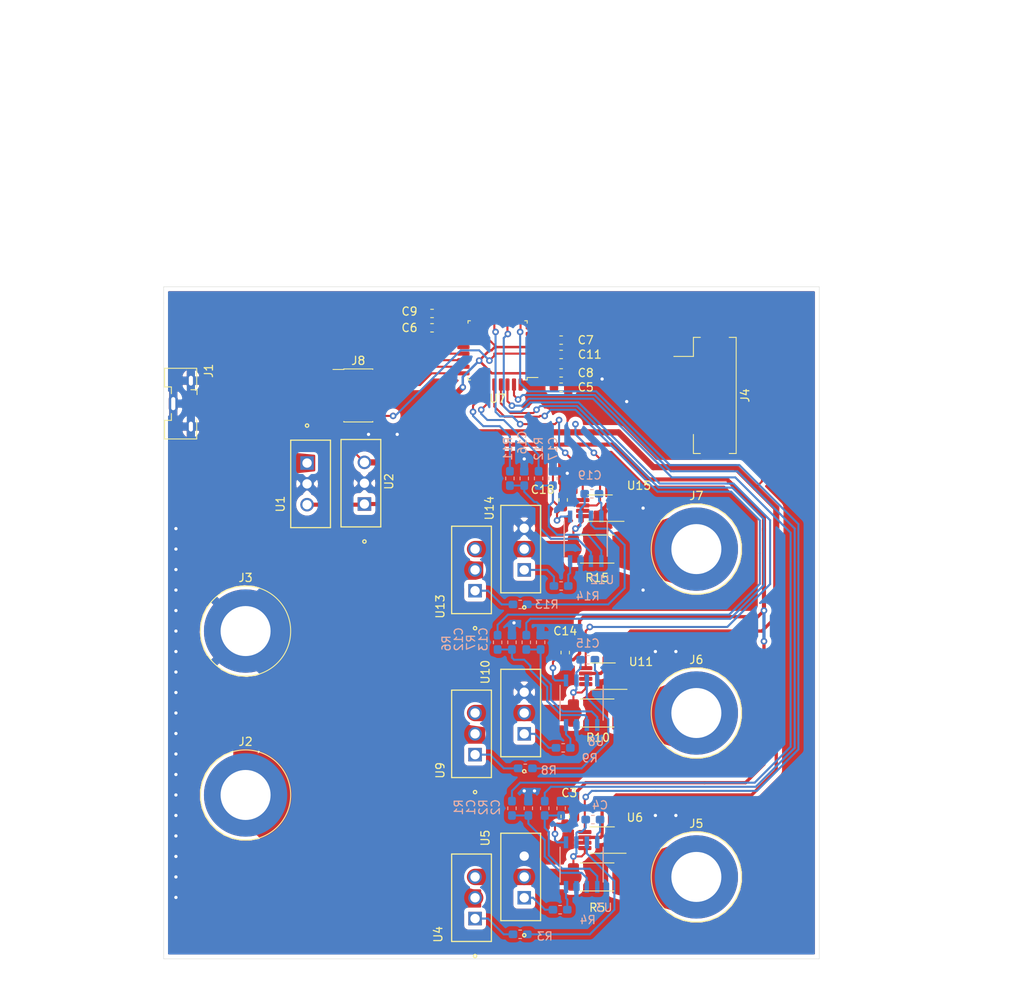
<source format=kicad_pcb>
(kicad_pcb (version 20171130) (host pcbnew 5.1.5+dfsg1-2build2)
  (layers (0 F.Cu signal) (31 B.Cu signal) (34 B.Paste user) (35 F.Paste user) (36 B.SilkS user) (37 F.SilkS user) (38 B.Mask user) (39 F.Mask user) (44 Edge.Cuts user))
  (net 0 "")
  (net 1 GND)
  (net 2 "Net-(C1-Pad1)")
  (net 3 "Net-(C2-Pad1)")
  (net 4 /12v)
  (net 5 "Net-(C4-Pad2)")
  (net 6 "Net-(C4-Pad1)")
  (net 7 /3v3)
  (net 8 "Net-(C12-Pad1)")
  (net 9 "Net-(C13-Pad1)")
  (net 10 "Net-(C15-Pad2)")
  (net 11 "Net-(C15-Pad1)")
  (net 12 "Net-(C16-Pad1)")
  (net 13 "Net-(C17-Pad1)")
  (net 14 "Net-(C19-Pad2)")
  (net 15 "Net-(C19-Pad1)")
  (net 16 "Net-(J1-Pad1)")
  (net 17 /uc/usb_dm)
  (net 18 "Net-(J1-Pad4)")
  (net 19 /uc/usb_dp)
  (net 20 /vdd)
  (net 21 /uc/fbA)
  (net 22 /uc/fbB)
  (net 23 /uc/fbC)
  (net 24 /uc/nrst)
  (net 25 "Net-(J8-Pad8)")
  (net 26 "Net-(J8-Pad7)")
  (net 27 "Net-(J8-Pad6)")
  (net 28 /uc/swclk)
  (net 29 /uc/swdio)
  (net 30 /uc/lA)
  (net 31 /uc/hA)
  (net 32 "Net-(R3-Pad2)")
  (net 33 "Net-(R3-Pad1)")
  (net 34 "Net-(R4-Pad2)")
  (net 35 "Net-(R4-Pad1)")
  (net 36 /uc/lB)
  (net 37 /uc/hB)
  (net 38 "Net-(R8-Pad2)")
  (net 39 "Net-(R8-Pad1)")
  (net 40 "Net-(R9-Pad2)")
  (net 41 "Net-(R9-Pad1)")
  (net 42 /uc/lC)
  (net 43 /uc/hC)
  (net 44 "Net-(R13-Pad2)")
  (net 45 "Net-(R13-Pad1)")
  (net 46 "Net-(R14-Pad2)")
  (net 47 "Net-(R14-Pad1)")
  (net 48 /uc/iA)
  (net 49 "Net-(U6-Pad4)")
  (net 50 "Net-(U7-Pad25)")
  (net 51 "Net-(U7-Pad15)")
  (net 52 /uc/iC)
  (net 53 /uc/iB)
  (net 54 "Net-(U7-Pad3)")
  (net 55 "Net-(U7-Pad2)")
  (net 56 "Net-(U11-Pad4)")
  (net 57 "Net-(U15-Pad4)")
  (net 58 /outA)
  (net 59 /outB)
  (net 60 /outC)
  (net 61 "Net-(U7-Pad20)")
  (net 62 "Net-(U7-Pad19)")
  (net 63 "Net-(U7-Pad18)")
  (net 64 "Net-(U7-Pad14)")
  (net 65 "Net-(U7-Pad12)")
  (net 66 "Net-(U7-Pad10)")
  (module Package_SO:MSOP-8_3x3mm_P0.65mm (layer F.Cu) (at 103.25 95 180)
    (fp_text reference U15 (at -4.75 2.75 180) (layer F.SilkS))
    (fp_text value AD8418)
    (pad 8 smd roundrect (at 2.1125 -0.975 180) (size 1.625 0.5) (layers F.Cu F.Paste F.Mask) (net 14 "Net-(C19-Pad2)"))
    (pad 7 smd roundrect (at 2.1125 -0.325 180) (size 1.625 0.5) (layers F.Cu F.Paste F.Mask) (net 7 /3v3))
    (pad 6 smd roundrect (at 2.1125 0.325 180) (size 1.625 0.5) (layers F.Cu F.Paste F.Mask) (net 7 /3v3))
    (pad 5 smd roundrect (at 2.1125 0.975 180) (size 1.625 0.5) (layers F.Cu F.Paste F.Mask) (net 52 /uc/iC))
    (pad 4 smd roundrect (at -2.1125 0.975 180) (size 1.625 0.5) (layers F.Cu F.Paste F.Mask) (net 57 "Net-(U15-Pad4)"))
    (pad 3 smd roundrect (at -2.1125 0.325 180) (size 1.625 0.5) (layers F.Cu F.Paste F.Mask) (net 1 GND))
    (pad 2 smd roundrect (at -2.1125 -0.325 180) (size 1.625 0.5) (layers F.Cu F.Paste F.Mask) (net 1 GND))
    (pad 1 smd roundrect (at -2.1125 -0.975 180) (size 1.625 0.5) (layers F.Cu F.Paste F.Mask) (net 60 /outC))
  )
  (module motorcontroller:STP16NF06L (layer F.Cu) (at 94 102.54 90)
    (fp_text reference U14 (at 7.54 -4.25 90) (layer F.SilkS))
    (fp_text value STP16NF06L hide)
    (pad 1 thru_hole rect (at 0 0 90) (size 1.651 1.651) (drill 1.143) (layers *.Cu *.Mask) (net 47 "Net-(R14-Pad1)"))
    (pad 2 thru_hole circle (at 2.54 0 90) (size 1.651 1.651) (drill 1.143) (layers *.Cu *.Mask) (net 14 "Net-(C19-Pad2)"))
    (pad 3 thru_hole circle (at 5.08 0 90) (size 1.651 1.651) (drill 1.143) (layers *.Cu *.Mask) (net 1 GND))
  )
  (module motorcontroller:STP16NF06L (layer F.Cu) (at 88 105.08 90)
    (fp_text reference U13 (at -1.92 -4.25 90) (layer F.SilkS))
    (fp_text value STP16NF06L hide)
    (pad 1 thru_hole rect (at 0 0 90) (size 1.651 1.651) (drill 1.143) (layers *.Cu *.Mask) (net 45 "Net-(R13-Pad1)"))
    (pad 2 thru_hole circle (at 2.54 0 90) (size 1.651 1.651) (drill 1.143) (layers *.Cu *.Mask) (net 20 /vdd))
    (pad 3 thru_hole circle (at 5.08 0 90) (size 1.651 1.651) (drill 1.143) (layers *.Cu *.Mask) (net 14 "Net-(C19-Pad2)"))
  )
  (module motorcontroller:L6498D (layer B.Cu) (at 101.5 98.75 90)
    (fp_text reference U12 (at -5 2) (layer B.SilkS) (effects (justify mirror)))
    (fp_text value L6498D hide)
    (pad 8 smd rect (at 2.721348 1.905 90) (size 1.454899 0.5326) (layers B.Cu B.Paste B.Mask) (net 15 "Net-(C19-Pad1)"))
    (pad 7 smd rect (at 2.721348 0.635 90) (size 1.454899 0.5326) (layers B.Cu B.Paste B.Mask) (net 44 "Net-(R13-Pad2)"))
    (pad 6 smd rect (at 2.721348 -0.635 90) (size 1.454899 0.5326) (layers B.Cu B.Paste B.Mask) (net 14 "Net-(C19-Pad2)"))
    (pad 5 smd rect (at 2.721348 -1.905 90) (size 1.454899 0.5326) (layers B.Cu B.Paste B.Mask) (net 4 /12v))
    (pad 4 smd rect (at -2.721348 -1.905 90) (size 1.454899 0.5326) (layers B.Cu B.Paste B.Mask) (net 46 "Net-(R14-Pad2)"))
    (pad 3 smd rect (at -2.721348 -0.635 90) (size 1.454899 0.5326) (layers B.Cu B.Paste B.Mask) (net 1 GND))
    (pad 2 smd rect (at -2.721348 0.635 90) (size 1.454899 0.5326) (layers B.Cu B.Paste B.Mask) (net 12 "Net-(C16-Pad1)"))
    (pad 1 smd rect (at -2.721348 1.905 90) (size 1.454899 0.5326) (layers B.Cu B.Paste B.Mask) (net 13 "Net-(C17-Pad1)"))
  )
  (module Package_SO:MSOP-8_3x3mm_P0.65mm (layer F.Cu) (at 103.6125 115.5 180)
    (fp_text reference U11 (at -4.6375 1.75) (layer F.SilkS))
    (fp_text value AD8418)
    (pad 8 smd roundrect (at 2.1125 -0.975 180) (size 1.625 0.5) (layers F.Cu F.Paste F.Mask) (net 10 "Net-(C15-Pad2)"))
    (pad 7 smd roundrect (at 2.1125 -0.325 180) (size 1.625 0.5) (layers F.Cu F.Paste F.Mask) (net 7 /3v3))
    (pad 6 smd roundrect (at 2.1125 0.325 180) (size 1.625 0.5) (layers F.Cu F.Paste F.Mask) (net 7 /3v3))
    (pad 5 smd roundrect (at 2.1125 0.975 180) (size 1.625 0.5) (layers F.Cu F.Paste F.Mask) (net 53 /uc/iB))
    (pad 4 smd roundrect (at -2.1125 0.975 180) (size 1.625 0.5) (layers F.Cu F.Paste F.Mask) (net 56 "Net-(U11-Pad4)"))
    (pad 3 smd roundrect (at -2.1125 0.325 180) (size 1.625 0.5) (layers F.Cu F.Paste F.Mask) (net 1 GND))
    (pad 2 smd roundrect (at -2.1125 -0.325 180) (size 1.625 0.5) (layers F.Cu F.Paste F.Mask) (net 1 GND))
    (pad 1 smd roundrect (at -2.1125 -0.975 180) (size 1.625 0.5) (layers F.Cu F.Paste F.Mask) (net 59 /outB))
  )
  (module motorcontroller:STP16NF06L (layer F.Cu) (at 94 122.54 90)
    (fp_text reference U10 (at 7.54 -4.75 90) (layer F.SilkS))
    (fp_text value STP16NF06L hide)
    (pad 1 thru_hole rect (at 0 0 90) (size 1.651 1.651) (drill 1.143) (layers *.Cu *.Mask) (net 41 "Net-(R9-Pad1)"))
    (pad 2 thru_hole circle (at 2.54 0 90) (size 1.651 1.651) (drill 1.143) (layers *.Cu *.Mask) (net 10 "Net-(C15-Pad2)"))
    (pad 3 thru_hole circle (at 5.08 0 90) (size 1.651 1.651) (drill 1.143) (layers *.Cu *.Mask) (net 1 GND))
  )
  (module motorcontroller:STP16NF06L (layer F.Cu) (at 88 125.08 90)
    (fp_text reference U9 (at -1.92 -4.25 90) (layer F.SilkS))
    (fp_text value STP16NF06L hide)
    (pad 1 thru_hole rect (at 0 0 90) (size 1.651 1.651) (drill 1.143) (layers *.Cu *.Mask) (net 39 "Net-(R8-Pad1)"))
    (pad 2 thru_hole circle (at 2.54 0 90) (size 1.651 1.651) (drill 1.143) (layers *.Cu *.Mask) (net 20 /vdd))
    (pad 3 thru_hole circle (at 5.08 0 90) (size 1.651 1.651) (drill 1.143) (layers *.Cu *.Mask) (net 10 "Net-(C15-Pad2)"))
  )
  (module motorcontroller:L6498D (layer B.Cu) (at 101 118.75 90)
    (fp_text reference U8 (at -4.75 1.75 180) (layer B.SilkS) (effects (justify mirror)))
    (fp_text value L6498D hide)
    (pad 8 smd rect (at 2.721348 1.905 90) (size 1.454899 0.5326) (layers B.Cu B.Paste B.Mask) (net 11 "Net-(C15-Pad1)"))
    (pad 7 smd rect (at 2.721348 0.635 90) (size 1.454899 0.5326) (layers B.Cu B.Paste B.Mask) (net 38 "Net-(R8-Pad2)"))
    (pad 6 smd rect (at 2.721348 -0.635 90) (size 1.454899 0.5326) (layers B.Cu B.Paste B.Mask) (net 10 "Net-(C15-Pad2)"))
    (pad 5 smd rect (at 2.721348 -1.905 90) (size 1.454899 0.5326) (layers B.Cu B.Paste B.Mask) (net 4 /12v))
    (pad 4 smd rect (at -2.721348 -1.905 90) (size 1.454899 0.5326) (layers B.Cu B.Paste B.Mask) (net 40 "Net-(R9-Pad2)"))
    (pad 3 smd rect (at -2.721348 -0.635 90) (size 1.454899 0.5326) (layers B.Cu B.Paste B.Mask) (net 1 GND))
    (pad 2 smd rect (at -2.721348 0.635 90) (size 1.454899 0.5326) (layers B.Cu B.Paste B.Mask) (net 8 "Net-(C12-Pad1)"))
    (pad 1 smd rect (at -2.721348 1.905 90) (size 1.454899 0.5326) (layers B.Cu B.Paste B.Mask) (net 9 "Net-(C13-Pad1)"))
  )
  (module Package_QFP:LQFP-32_7x7mm_P0.8mm (layer F.Cu) (at 90.75 75.75 180)
    (fp_text reference U7 (at 0 -5.88) (layer F.SilkS))
    (fp_text value STM32F042K6Tx)
    (pad 32 smd roundrect (at -2.8 -4.175 180) (size 0.5 1.5) (layers F.Cu F.Paste F.Mask) (net 1 GND))
    (pad 31 smd roundrect (at -2 -4.175 180) (size 0.5 1.5) (layers F.Cu F.Paste F.Mask) (net 31 /uc/hA))
    (pad 30 smd roundrect (at -1.2 -4.175 180) (size 0.5 1.5) (layers F.Cu F.Paste F.Mask) (net 30 /uc/lA))
    (pad 29 smd roundrect (at -0.4 -4.175 180) (size 0.5 1.5) (layers F.Cu F.Paste F.Mask) (net 37 /uc/hB))
    (pad 28 smd roundrect (at 0.4 -4.175 180) (size 0.5 1.5) (layers F.Cu F.Paste F.Mask) (net 36 /uc/lB))
    (pad 27 smd roundrect (at 1.2 -4.175 180) (size 0.5 1.5) (layers F.Cu F.Paste F.Mask) (net 43 /uc/hC))
    (pad 26 smd roundrect (at 2 -4.175 180) (size 0.5 1.5) (layers F.Cu F.Paste F.Mask) (net 42 /uc/lC))
    (pad 25 smd roundrect (at 2.8 -4.175 180) (size 0.5 1.5) (layers F.Cu F.Paste F.Mask) (net 50 "Net-(U7-Pad25)"))
    (pad 24 smd roundrect (at 4.175 -2.8 180) (size 1.5 0.5) (layers F.Cu F.Paste F.Mask) (net 28 /uc/swclk))
    (pad 23 smd roundrect (at 4.175 -2 180) (size 1.5 0.5) (layers F.Cu F.Paste F.Mask) (net 29 /uc/swdio))
    (pad 22 smd roundrect (at 4.175 -1.2 180) (size 1.5 0.5) (layers F.Cu F.Paste F.Mask) (net 19 /uc/usb_dp))
    (pad 21 smd roundrect (at 4.175 -0.4 180) (size 1.5 0.5) (layers F.Cu F.Paste F.Mask) (net 17 /uc/usb_dm))
    (pad 20 smd roundrect (at 4.175 0.4 180) (size 1.5 0.5) (layers F.Cu F.Paste F.Mask) (net 61 "Net-(U7-Pad20)"))
    (pad 19 smd roundrect (at 4.175 1.2 180) (size 1.5 0.5) (layers F.Cu F.Paste F.Mask) (net 62 "Net-(U7-Pad19)"))
    (pad 18 smd roundrect (at 4.175 2 180) (size 1.5 0.5) (layers F.Cu F.Paste F.Mask) (net 63 "Net-(U7-Pad18)"))
    (pad 17 smd roundrect (at 4.175 2.8 180) (size 1.5 0.5) (layers F.Cu F.Paste F.Mask) (net 7 /3v3))
    (pad 16 smd roundrect (at 2.8 4.175 180) (size 0.5 1.5) (layers F.Cu F.Paste F.Mask) (net 1 GND))
    (pad 15 smd roundrect (at 2 4.175 180) (size 0.5 1.5) (layers F.Cu F.Paste F.Mask) (net 51 "Net-(U7-Pad15)"))
    (pad 14 smd roundrect (at 1.2 4.175 180) (size 0.5 1.5) (layers F.Cu F.Paste F.Mask) (net 64 "Net-(U7-Pad14)"))
    (pad 13 smd roundrect (at 0.4 4.175 180) (size 0.5 1.5) (layers F.Cu F.Paste F.Mask) (net 52 /uc/iC))
    (pad 12 smd roundrect (at -0.4 4.175 180) (size 0.5 1.5) (layers F.Cu F.Paste F.Mask) (net 65 "Net-(U7-Pad12)"))
    (pad 11 smd roundrect (at -1.2 4.175 180) (size 0.5 1.5) (layers F.Cu F.Paste F.Mask) (net 53 /uc/iB))
    (pad 10 smd roundrect (at -2 4.175 180) (size 0.5 1.5) (layers F.Cu F.Paste F.Mask) (net 66 "Net-(U7-Pad10)"))
    (pad 9 smd roundrect (at -2.8 4.175 180) (size 0.5 1.5) (layers F.Cu F.Paste F.Mask) (net 48 /uc/iA))
    (pad 8 smd roundrect (at -4.175 2.8 180) (size 1.5 0.5) (layers F.Cu F.Paste F.Mask) (net 23 /uc/fbC))
    (pad 7 smd roundrect (at -4.175 2 180) (size 1.5 0.5) (layers F.Cu F.Paste F.Mask) (net 22 /uc/fbB))
    (pad 6 smd roundrect (at -4.175 1.2 180) (size 1.5 0.5) (layers F.Cu F.Paste F.Mask) (net 21 /uc/fbA))
    (pad 5 smd roundrect (at -4.175 0.4 180) (size 1.5 0.5) (layers F.Cu F.Paste F.Mask) (net 7 /3v3))
    (pad 4 smd roundrect (at -4.175 -0.4 180) (size 1.5 0.5) (layers F.Cu F.Paste F.Mask) (net 24 /uc/nrst))
    (pad 3 smd roundrect (at -4.175 -1.2 180) (size 1.5 0.5) (layers F.Cu F.Paste F.Mask) (net 54 "Net-(U7-Pad3)"))
    (pad 2 smd roundrect (at -4.175 -2 180) (size 1.5 0.5) (layers F.Cu F.Paste F.Mask) (net 55 "Net-(U7-Pad2)"))
    (pad 1 smd roundrect (at -4.175 -2.8 180) (size 1.5 0.5) (layers F.Cu F.Paste F.Mask) (net 7 /3v3))
  )
  (module Package_SO:MSOP-8_3x3mm_P0.65mm (layer F.Cu) (at 103.5 135.5 180)
    (fp_text reference U6 (at -4 2.75) (layer F.SilkS))
    (fp_text value AD8418)
    (pad 8 smd roundrect (at 2.1125 -0.975 180) (size 1.625 0.5) (layers F.Cu F.Paste F.Mask) (net 5 "Net-(C4-Pad2)"))
    (pad 7 smd roundrect (at 2.1125 -0.325 180) (size 1.625 0.5) (layers F.Cu F.Paste F.Mask) (net 7 /3v3))
    (pad 6 smd roundrect (at 2.1125 0.325 180) (size 1.625 0.5) (layers F.Cu F.Paste F.Mask) (net 7 /3v3))
    (pad 5 smd roundrect (at 2.1125 0.975 180) (size 1.625 0.5) (layers F.Cu F.Paste F.Mask) (net 48 /uc/iA))
    (pad 4 smd roundrect (at -2.1125 0.975 180) (size 1.625 0.5) (layers F.Cu F.Paste F.Mask) (net 49 "Net-(U6-Pad4)"))
    (pad 3 smd roundrect (at -2.1125 0.325 180) (size 1.625 0.5) (layers F.Cu F.Paste F.Mask) (net 1 GND))
    (pad 2 smd roundrect (at -2.1125 -0.325 180) (size 1.625 0.5) (layers F.Cu F.Paste F.Mask) (net 1 GND))
    (pad 1 smd roundrect (at -2.1125 -0.975 180) (size 1.625 0.5) (layers F.Cu F.Paste F.Mask) (net 58 /outA))
  )
  (module motorcontroller:STP16NF06L (layer F.Cu) (at 94 142.54 90)
    (fp_text reference U5 (at 7.29 -4.75 90) (layer F.SilkS))
    (fp_text value STP16NF06L hide)
    (pad 1 thru_hole rect (at 0 0 90) (size 1.651 1.651) (drill 1.143) (layers *.Cu *.Mask) (net 35 "Net-(R4-Pad1)"))
    (pad 2 thru_hole circle (at 2.54 0 90) (size 1.651 1.651) (drill 1.143) (layers *.Cu *.Mask) (net 5 "Net-(C4-Pad2)"))
    (pad 3 thru_hole circle (at 5.08 0 90) (size 1.651 1.651) (drill 1.143) (layers *.Cu *.Mask) (net 1 GND))
  )
  (module motorcontroller:STP16NF06L (layer F.Cu) (at 88 145.08 90)
    (fp_text reference U4 (at -1.92 -4.5 90) (layer F.SilkS))
    (fp_text value STP16NF06L hide)
    (pad 1 thru_hole rect (at 0 0 90) (size 1.651 1.651) (drill 1.143) (layers *.Cu *.Mask) (net 33 "Net-(R3-Pad1)"))
    (pad 2 thru_hole circle (at 2.54 0 90) (size 1.651 1.651) (drill 1.143) (layers *.Cu *.Mask) (net 20 /vdd))
    (pad 3 thru_hole circle (at 5.08 0 90) (size 1.651 1.651) (drill 1.143) (layers *.Cu *.Mask) (net 5 "Net-(C4-Pad2)"))
  )
  (module motorcontroller:L6498D (layer B.Cu) (at 101 138.5 90)
    (fp_text reference U3 (at -5.25 2.75) (layer B.SilkS) (effects (justify mirror)))
    (fp_text value L6498D hide)
    (pad 8 smd rect (at 2.721348 1.905 90) (size 1.454899 0.5326) (layers B.Cu B.Paste B.Mask) (net 6 "Net-(C4-Pad1)"))
    (pad 7 smd rect (at 2.721348 0.635 90) (size 1.454899 0.5326) (layers B.Cu B.Paste B.Mask) (net 32 "Net-(R3-Pad2)"))
    (pad 6 smd rect (at 2.721348 -0.635 90) (size 1.454899 0.5326) (layers B.Cu B.Paste B.Mask) (net 5 "Net-(C4-Pad2)"))
    (pad 5 smd rect (at 2.721348 -1.905 90) (size 1.454899 0.5326) (layers B.Cu B.Paste B.Mask) (net 4 /12v))
    (pad 4 smd rect (at -2.721348 -1.905 90) (size 1.454899 0.5326) (layers B.Cu B.Paste B.Mask) (net 34 "Net-(R4-Pad2)"))
    (pad 3 smd rect (at -2.721348 -0.635 90) (size 1.454899 0.5326) (layers B.Cu B.Paste B.Mask) (net 1 GND))
    (pad 2 smd rect (at -2.721348 0.635 90) (size 1.454899 0.5326) (layers B.Cu B.Paste B.Mask) (net 2 "Net-(C1-Pad1)"))
    (pad 1 smd rect (at -2.721348 1.905 90) (size 1.454899 0.5326) (layers B.Cu B.Paste B.Mask) (net 3 "Net-(C2-Pad1)"))
  )
  (module motorcontroller:LF33ABV-DG (layer F.Cu) (at 74.5 94.5 90)
    (fp_text reference U2 (at 2.75 3 90) (layer F.SilkS))
    (fp_text value LF33ABV-DG hide)
    (pad 3 thru_hole circle (at 5.08 0 90) (size 1.651 1.651) (drill 1.143) (layers *.Cu *.Mask) (net 7 /3v3))
    (pad 2 thru_hole circle (at 2.54 0 90) (size 1.651 1.651) (drill 1.143) (layers *.Cu *.Mask) (net 1 GND))
    (pad 1 thru_hole rect (at 0 0 90) (size 1.651 1.651) (drill 1.143) (layers *.Cu *.Mask) (net 4 /12v))
  )
  (module motorcontroller:L78M12CV (layer F.Cu) (at 67.5 89.5 270)
    (fp_text reference U1 (at 5 3.25 90) (layer F.SilkS))
    (fp_text value L78M12CV hide)
    (pad 3 thru_hole circle (at 5.08 0 270) (size 1.651 1.651) (drill 1.143) (layers *.Cu *.Mask) (net 4 /12v))
    (pad 2 thru_hole circle (at 2.54 0 270) (size 1.651 1.651) (drill 1.143) (layers *.Cu *.Mask) (net 1 GND))
    (pad 1 thru_hole rect (at 0 0 270) (size 1.651 1.651) (drill 1.143) (layers *.Cu *.Mask) (net 20 /vdd))
  )
  (module Resistor_SMD:R_2512_6332Metric (layer F.Cu) (at 102.9 100)
    (fp_text reference R15 (at 0 3.5) (layer F.SilkS))
    (fp_text value R_US)
    (pad 2 smd roundrect (at 2.9 0) (size 1.35 3.35) (layers F.Cu F.Paste F.Mask) (roundrect_rratio 0.185185) (net 60 /outC))
    (pad 1 smd roundrect (at -2.9 0) (size 1.35 3.35) (layers F.Cu F.Paste F.Mask) (roundrect_rratio 0.185185) (net 14 "Net-(C19-Pad2)"))
  )
  (module Resistor_SMD:R_0603_1608Metric_Pad1.05x0.95mm_HandSolder (layer B.Cu) (at 98.5 104.5)
    (fp_text reference R14 (at 3.25 1.25) (layer B.SilkS) (effects (justify mirror)))
    (fp_text value 0)
    (pad 2 smd roundrect (at 0.875 0) (size 1.05 0.95) (layers B.Cu B.Paste B.Mask) (net 46 "Net-(R14-Pad2)"))
    (pad 1 smd roundrect (at -0.875 0) (size 1.05 0.95) (layers B.Cu B.Paste B.Mask) (net 47 "Net-(R14-Pad1)"))
  )
  (module Resistor_SMD:R_0603_1608Metric_Pad1.05x0.95mm_HandSolder (layer B.Cu) (at 93.5 106.75)
    (fp_text reference R13 (at 3.25 0) (layer B.SilkS) (effects (justify mirror)))
    (fp_text value 0)
    (pad 2 smd roundrect (at 0.875 0) (size 1.05 0.95) (layers B.Cu B.Paste B.Mask) (net 44 "Net-(R13-Pad2)"))
    (pad 1 smd roundrect (at -0.875 0) (size 1.05 0.95) (layers B.Cu B.Paste B.Mask) (net 45 "Net-(R13-Pad1)"))
  )
  (module Resistor_SMD:R_0603_1608Metric_Pad1.05x0.95mm_HandSolder (layer B.Cu) (at 95.75 91.375 90)
    (fp_text reference R12 (at 3.625 0 90) (layer B.SilkS) (effects (justify mirror)))
    (fp_text value 100)
    (pad 2 smd roundrect (at 0.875 0 90) (size 1.05 0.95) (layers B.Cu B.Paste B.Mask) (net 43 /uc/hC))
    (pad 1 smd roundrect (at -0.875 0 90) (size 1.05 0.95) (layers B.Cu B.Paste B.Mask) (net 13 "Net-(C17-Pad1)"))
  )
  (module Resistor_SMD:R_0603_1608Metric_Pad1.05x0.95mm_HandSolder (layer B.Cu) (at 92.25 91.375 270)
    (fp_text reference R11 (at -3.625 0.25 270) (layer B.SilkS) (effects (justify mirror)))
    (fp_text value 100)
    (pad 2 smd roundrect (at 0.875 0 270) (size 1.05 0.95) (layers B.Cu B.Paste B.Mask) (net 12 "Net-(C16-Pad1)"))
    (pad 1 smd roundrect (at -0.875 0 270) (size 1.05 0.95) (layers B.Cu B.Paste B.Mask) (net 42 /uc/lC))
  )
  (module Resistor_SMD:R_2512_6332Metric (layer F.Cu) (at 102.9 120)
    (fp_text reference R10 (at 0.1 3) (layer F.SilkS))
    (fp_text value R_US)
    (pad 2 smd roundrect (at 2.9 0) (size 1.35 3.35) (layers F.Cu F.Paste F.Mask) (roundrect_rratio 0.185185) (net 59 /outB))
    (pad 1 smd roundrect (at -2.9 0) (size 1.35 3.35) (layers F.Cu F.Paste F.Mask) (roundrect_rratio 0.185185) (net 10 "Net-(C15-Pad2)"))
  )
  (module Resistor_SMD:R_0603_1608Metric_Pad1.05x0.95mm_HandSolder (layer B.Cu) (at 98.75 124.25)
    (fp_text reference R9 (at 3.25 1.25) (layer B.SilkS) (effects (justify mirror)))
    (fp_text value 0)
    (pad 2 smd roundrect (at 0.875 0) (size 1.05 0.95) (layers B.Cu B.Paste B.Mask) (net 40 "Net-(R9-Pad2)"))
    (pad 1 smd roundrect (at -0.875 0) (size 1.05 0.95) (layers B.Cu B.Paste B.Mask) (net 41 "Net-(R9-Pad1)"))
  )
  (module Resistor_SMD:R_0603_1608Metric_Pad1.05x0.95mm_HandSolder (layer B.Cu) (at 94.125 126.75)
    (fp_text reference R8 (at 2.875 0.25) (layer B.SilkS) (effects (justify mirror)))
    (fp_text value 0)
    (pad 2 smd roundrect (at 0.875 0) (size 1.05 0.95) (layers B.Cu B.Paste B.Mask) (net 38 "Net-(R8-Pad2)"))
    (pad 1 smd roundrect (at -0.875 0) (size 1.05 0.95) (layers B.Cu B.Paste B.Mask) (net 39 "Net-(R8-Pad1)"))
  )
  (module Resistor_SMD:R_0603_1608Metric_Pad1.05x0.95mm_HandSolder (layer B.Cu) (at 94.25 111.375 90)
    (fp_text reference R7 (at 0 -6.75 90) (layer B.SilkS) (effects (justify mirror)))
    (fp_text value 100)
    (pad 2 smd roundrect (at 0.875 0 90) (size 1.05 0.95) (layers B.Cu B.Paste B.Mask) (net 37 /uc/hB))
    (pad 1 smd roundrect (at -0.875 0 90) (size 1.05 0.95) (layers B.Cu B.Paste B.Mask) (net 9 "Net-(C13-Pad1)"))
  )
  (module Resistor_SMD:R_0603_1608Metric_Pad1.05x0.95mm_HandSolder (layer B.Cu) (at 90.75 111.375 270)
    (fp_text reference R6 (at 0.125 6.25 270) (layer B.SilkS) (effects (justify mirror)))
    (fp_text value 100)
    (pad 2 smd roundrect (at 0.875 0 270) (size 1.05 0.95) (layers B.Cu B.Paste B.Mask) (net 8 "Net-(C12-Pad1)"))
    (pad 1 smd roundrect (at -0.875 0 270) (size 1.05 0.95) (layers B.Cu B.Paste B.Mask) (net 36 /uc/lB))
  )
  (module Resistor_SMD:R_2512_6332Metric (layer F.Cu) (at 102.9 140)
    (fp_text reference R5 (at 0 3.75) (layer F.SilkS))
    (fp_text value R_US)
    (pad 2 smd roundrect (at 2.9 0) (size 1.35 3.35) (layers F.Cu F.Paste F.Mask) (roundrect_rratio 0.185185) (net 58 /outA))
    (pad 1 smd roundrect (at -2.9 0) (size 1.35 3.35) (layers F.Cu F.Paste F.Mask) (roundrect_rratio 0.185185) (net 5 "Net-(C4-Pad2)"))
  )
  (module Resistor_SMD:R_0603_1608Metric_Pad1.05x0.95mm_HandSolder (layer B.Cu) (at 98.375 144)
    (fp_text reference R4 (at 3.375 1.25) (layer B.SilkS) (effects (justify mirror)))
    (fp_text value 0)
    (pad 2 smd roundrect (at 0.875 0) (size 1.05 0.95) (layers B.Cu B.Paste B.Mask) (net 34 "Net-(R4-Pad2)"))
    (pad 1 smd roundrect (at -0.875 0) (size 1.05 0.95) (layers B.Cu B.Paste B.Mask) (net 35 "Net-(R4-Pad1)"))
  )
  (module Resistor_SMD:R_0603_1608Metric_Pad1.05x0.95mm_HandSolder (layer B.Cu) (at 93.5 147)
    (fp_text reference R3 (at 3 0.25) (layer B.SilkS) (effects (justify mirror)))
    (fp_text value 0)
    (pad 2 smd roundrect (at 0.875 0) (size 1.05 0.95) (layers B.Cu B.Paste B.Mask) (net 32 "Net-(R3-Pad2)"))
    (pad 1 smd roundrect (at -0.875 0) (size 1.05 0.95) (layers B.Cu B.Paste B.Mask) (net 33 "Net-(R3-Pad1)"))
  )
  (module Resistor_SMD:R_0603_1608Metric_Pad1.05x0.95mm_HandSolder (layer B.Cu) (at 96.5 131.625 90)
    (fp_text reference R2 (at 0.125 -7.5 90) (layer B.SilkS) (effects (justify mirror)))
    (fp_text value 100)
    (pad 2 smd roundrect (at 0.875 0 90) (size 1.05 0.95) (layers B.Cu B.Paste B.Mask) (net 31 /uc/hA))
    (pad 1 smd roundrect (at -0.875 0 90) (size 1.05 0.95) (layers B.Cu B.Paste B.Mask) (net 3 "Net-(C2-Pad1)"))
  )
  (module Resistor_SMD:R_0603_1608Metric_Pad1.05x0.95mm_HandSolder (layer B.Cu) (at 92.5 131.625 270)
    (fp_text reference R1 (at -0.125 6.5 90) (layer B.SilkS) (effects (justify mirror)))
    (fp_text value 100)
    (pad 2 smd roundrect (at 0.875 0 270) (size 1.05 0.95) (layers B.Cu B.Paste B.Mask) (net 2 "Net-(C1-Pad1)"))
    (pad 1 smd roundrect (at -0.875 0 270) (size 1.05 0.95) (layers B.Cu B.Paste B.Mask) (net 30 /uc/lA))
  )
  (module Connector_PinHeader_1.27mm:PinHeader_2x05_P1.27mm_Vertical_SMD (layer F.Cu) (at 73.75 81.25)
    (fp_text reference J8 (at 0 -4.235) (layer F.SilkS))
    (fp_text value Conn_02x05_Odd_Even)
    (pad 10 smd rect (at 1.95 2.54) (size 2.4 0.74) (layers F.Cu F.Paste F.Mask) (net 24 /uc/nrst))
    (pad 9 smd rect (at -1.95 2.54) (size 2.4 0.74) (layers F.Cu F.Paste F.Mask) (net 1 GND))
    (pad 8 smd rect (at 1.95 1.27) (size 2.4 0.74) (layers F.Cu F.Paste F.Mask) (net 25 "Net-(J8-Pad8)"))
    (pad 7 smd rect (at -1.95 1.27) (size 2.4 0.74) (layers F.Cu F.Paste F.Mask) (net 26 "Net-(J8-Pad7)"))
    (pad 6 smd rect (at 1.95 0) (size 2.4 0.74) (layers F.Cu F.Paste F.Mask) (net 27 "Net-(J8-Pad6)"))
    (pad 5 smd rect (at -1.95 0) (size 2.4 0.74) (layers F.Cu F.Paste F.Mask) (net 1 GND))
    (pad 4 smd rect (at 1.95 -1.27) (size 2.4 0.74) (layers F.Cu F.Paste F.Mask) (net 28 /uc/swclk))
    (pad 3 smd rect (at -1.95 -1.27) (size 2.4 0.74) (layers F.Cu F.Paste F.Mask) (net 1 GND))
    (pad 2 smd rect (at 1.95 -2.54) (size 2.4 0.74) (layers F.Cu F.Paste F.Mask) (net 29 /uc/swdio))
    (pad 1 smd rect (at -1.95 -2.54) (size 2.4 0.74) (layers F.Cu F.Paste F.Mask) (net 7 /3v3))
  )
  (module Connector:Banana_Jack_1Pin (layer F.Cu) (at 115 100)
    (fp_text reference J7 (at 0 -6.5) (layer F.SilkS))
    (fp_text value Conn_01x01)
    (pad 1 thru_hole circle (at 0 0) (size 10.16 10.16) (drill 6.1) (layers *.Cu *.Mask) (net 60 /outC))
  )
  (module Connector:Banana_Jack_1Pin (layer F.Cu) (at 115 120)
    (fp_text reference J6 (at 0 -6.5) (layer F.SilkS))
    (fp_text value Conn_01x01)
    (pad 1 thru_hole circle (at 0 0) (size 10.16 10.16) (drill 6.1) (layers *.Cu *.Mask) (net 59 /outB))
  )
  (module Connector:Banana_Jack_1Pin (layer F.Cu) (at 115 140)
    (fp_text reference J5 (at 0 -6.5) (layer F.SilkS))
    (fp_text value Conn_01x01)
    (pad 1 thru_hole circle (at 0 0) (size 10.16 10.16) (drill 6.1) (layers *.Cu *.Mask) (net 58 /outA))
  )
  (module Connector_JST:JST_PH_B5B-PH-SM4-TB_1x05-1MP_P2.00mm_Vertical (layer F.Cu) (at 115.5 81.25 270)
    (fp_text reference J4 (at 0 -5.45 90) (layer F.SilkS))
    (fp_text value Conn_01x05_Male)
    (pad MP smd roundrect (at 6.4 -1.75 270) (size 1.6 3) (layers F.Cu F.Paste F.Mask) (roundrect_rratio 0.15625))
    (pad MP smd roundrect (at -6.4 -1.75 270) (size 1.6 3) (layers F.Cu F.Paste F.Mask) (roundrect_rratio 0.15625))
    (pad 5 smd roundrect (at 4 0.5 270) (size 1 5.5) (layers F.Cu F.Paste F.Mask) (net 7 /3v3))
    (pad 4 smd roundrect (at 2 0.5 270) (size 1 5.5) (layers F.Cu F.Paste F.Mask) (net 21 /uc/fbA))
    (pad 3 smd roundrect (at 0 0.5 270) (size 1 5.5) (layers F.Cu F.Paste F.Mask) (net 22 /uc/fbB))
    (pad 2 smd roundrect (at -2 0.5 270) (size 1 5.5) (layers F.Cu F.Paste F.Mask) (net 23 /uc/fbC))
    (pad 1 smd roundrect (at -4 0.5 270) (size 1 5.5) (layers F.Cu F.Paste F.Mask) (net 1 GND))
  )
  (module Connector:Banana_Jack_1Pin (layer F.Cu) (at 60 110)
    (fp_text reference J3 (at 0 -6.5) (layer F.SilkS))
    (fp_text value Conn_01x01)
    (pad 1 thru_hole circle (at 0 0) (size 10.16 10.16) (drill 6.1) (layers *.Cu *.Mask) (net 1 GND))
  )
  (module Connector:Banana_Jack_1Pin (layer F.Cu) (at 60 130)
    (fp_text reference J2 (at 0 -6.5) (layer F.SilkS))
    (fp_text value Conn_01x01)
    (pad 1 thru_hole circle (at 0 0) (size 10.16 10.16) (drill 6.1) (layers *.Cu *.Mask) (net 20 /vdd))
  )
  (module Connector_USB:USB_Micro-B_Molex-105133-0031 (layer F.Cu) (at 52.25 82.25 270)
    (fp_text reference J1 (at -4 -3.25 90) (layer F.SilkS))
    (fp_text value USB_B_Micro)
    (pad 6 thru_hole oval (at 0 1.075 270) (size 2.2 1.1) (drill oval 1.6 0.5) (layers *.Cu *.Mask) (net 1 GND))
    (pad 6 thru_hole oval (at 2.8 -1.075 270) (size 1.8 1.1) (drill oval 1.2 0.5) (layers *.Cu *.Mask) (net 1 GND))
    (pad 6 thru_hole oval (at -2.8 -1.075 270) (size 1.8 1.1) (drill oval 1.2 0.5) (layers *.Cu *.Mask) (net 1 GND))
    (pad 1 smd rect (at -1.3 -0.825 270) (size 0.45 1.5) (layers F.Cu F.Paste F.Mask) (net 16 "Net-(J1-Pad1)"))
    (pad 5 smd rect (at 1.3 -0.825 270) (size 0.45 1.5) (layers F.Cu F.Paste F.Mask) (net 1 GND))
    (pad 2 smd rect (at -0.65 -0.825 270) (size 0.45 1.5) (layers F.Cu F.Paste F.Mask) (net 17 /uc/usb_dm))
    (pad 4 smd rect (at 0.65 -0.825 270) (size 0.45 1.5) (layers F.Cu F.Paste F.Mask) (net 18 "Net-(J1-Pad4)"))
    (pad 3 smd rect (at 0 -0.825 270) (size 0.45 1.5) (layers F.Cu F.Paste F.Mask) (net 19 /uc/usb_dp))
  )
  (module Capacitor_SMD:C_0603_1608Metric_Pad1.05x0.95mm_HandSolder (layer B.Cu) (at 102.25 93.25 180)
    (fp_text reference C19 (at 0.25 2.25) (layer B.SilkS) (effects (justify mirror)))
    (fp_text value 1u)
    (pad 2 smd roundrect (at 0.875 0 180) (size 1.05 0.95) (layers B.Cu B.Paste B.Mask) (net 14 "Net-(C19-Pad2)"))
    (pad 1 smd roundrect (at -0.875 0 180) (size 1.05 0.95) (layers B.Cu B.Paste B.Mask) (net 15 "Net-(C19-Pad1)"))
  )
  (module Capacitor_SMD:C_0603_1608Metric_Pad1.05x0.95mm_HandSolder (layer F.Cu) (at 98.75 94 90)
    (fp_text reference C18 (at 1.25 -2.5) (layer F.SilkS))
    (fp_text value 1u)
    (pad 2 smd roundrect (at 0.875 0 90) (size 1.05 0.95) (layers F.Cu F.Paste F.Mask) (net 1 GND))
    (pad 1 smd roundrect (at -0.875 0 90) (size 1.05 0.95) (layers F.Cu F.Paste F.Mask) (net 4 /12v))
  )
  (module Capacitor_SMD:C_0603_1608Metric_Pad1.05x0.95mm_HandSolder (layer B.Cu) (at 97.5 91.375 90)
    (fp_text reference C17 (at 3.625 0 270) (layer B.SilkS) (effects (justify mirror)))
    (fp_text value 100n)
    (pad 2 smd roundrect (at 0.875 0 90) (size 1.05 0.95) (layers B.Cu B.Paste B.Mask) (net 1 GND))
    (pad 1 smd roundrect (at -0.875 0 90) (size 1.05 0.95) (layers B.Cu B.Paste B.Mask) (net 13 "Net-(C17-Pad1)"))
  )
  (module Capacitor_SMD:C_0603_1608Metric_Pad1.05x0.95mm_HandSolder (layer B.Cu) (at 94 91.375 90)
    (fp_text reference C16 (at 4.375 -0.25 90) (layer B.SilkS) (effects (justify mirror)))
    (fp_text value 100n)
    (pad 2 smd roundrect (at 0.875 0 90) (size 1.05 0.95) (layers B.Cu B.Paste B.Mask) (net 1 GND))
    (pad 1 smd roundrect (at -0.875 0 90) (size 1.05 0.95) (layers B.Cu B.Paste B.Mask) (net 12 "Net-(C16-Pad1)"))
  )
  (module Capacitor_SMD:C_0603_1608Metric_Pad1.05x0.95mm_HandSolder (layer B.Cu) (at 101.75 113.5 180)
    (fp_text reference C15 (at 0 2) (layer B.SilkS) (effects (justify mirror)))
    (fp_text value 1u)
    (pad 2 smd roundrect (at 0.875 0 180) (size 1.05 0.95) (layers B.Cu B.Paste B.Mask) (net 10 "Net-(C15-Pad2)"))
    (pad 1 smd roundrect (at -0.875 0 180) (size 1.05 0.95) (layers B.Cu B.Paste B.Mask) (net 11 "Net-(C15-Pad1)"))
  )
  (module Capacitor_SMD:C_0603_1608Metric_Pad1.05x0.95mm_HandSolder (layer F.Cu) (at 99 112.625 90)
    (fp_text reference C14 (at 2.625 0) (layer F.SilkS))
    (fp_text value 1u)
    (pad 2 smd roundrect (at 0.875 0 90) (size 1.05 0.95) (layers F.Cu F.Paste F.Mask) (net 1 GND))
    (pad 1 smd roundrect (at -0.875 0 90) (size 1.05 0.95) (layers F.Cu F.Paste F.Mask) (net 4 /12v))
  )
  (module Capacitor_SMD:C_0603_1608Metric_Pad1.05x0.95mm_HandSolder (layer B.Cu) (at 96 111.375 90)
    (fp_text reference C13 (at 0.375 -7 90) (layer B.SilkS) (effects (justify mirror)))
    (fp_text value 100n)
    (pad 2 smd roundrect (at 0.875 0 90) (size 1.05 0.95) (layers B.Cu B.Paste B.Mask) (net 1 GND))
    (pad 1 smd roundrect (at -0.875 0 90) (size 1.05 0.95) (layers B.Cu B.Paste B.Mask) (net 9 "Net-(C13-Pad1)"))
  )
  (module Capacitor_SMD:C_0603_1608Metric_Pad1.05x0.95mm_HandSolder (layer B.Cu) (at 92.5 111.375 90)
    (fp_text reference C12 (at 0.375 -6.5 90) (layer B.SilkS) (effects (justify mirror)))
    (fp_text value 100n)
    (pad 2 smd roundrect (at 0.875 0 90) (size 1.05 0.95) (layers B.Cu B.Paste B.Mask) (net 1 GND))
    (pad 1 smd roundrect (at -0.875 0 90) (size 1.05 0.95) (layers B.Cu B.Paste B.Mask) (net 8 "Net-(C12-Pad1)"))
  )
  (module Capacitor_SMD:C_0603_1608Metric_Pad1.05x0.95mm_HandSolder (layer F.Cu) (at 98.5 76.25)
    (fp_text reference C11 (at 3.5 0) (layer F.SilkS))
    (fp_text value 10n)
    (pad 2 smd roundrect (at 0.875 0) (size 1.05 0.95) (layers F.Cu F.Paste F.Mask) (net 1 GND))
    (pad 1 smd roundrect (at -0.875 0) (size 1.05 0.95) (layers F.Cu F.Paste F.Mask) (net 7 /3v3))
  )
  (module Capacitor_SMD:C_0603_1608Metric_Pad1.05x0.95mm_HandSolder (layer F.Cu) (at 82.75 71.25 180)
    (fp_text reference C9 (at 2.75 0.25) (layer F.SilkS))
    (fp_text value 100n)
    (pad 2 smd roundrect (at 0.875 0 180) (size 1.05 0.95) (layers F.Cu F.Paste F.Mask) (net 1 GND))
    (pad 1 smd roundrect (at -0.875 0 180) (size 1.05 0.95) (layers F.Cu F.Paste F.Mask) (net 7 /3v3))
  )
  (module Capacitor_SMD:C_0603_1608Metric_Pad1.05x0.95mm_HandSolder (layer F.Cu) (at 98.5 78.5)
    (fp_text reference C8 (at 3 0) (layer F.SilkS))
    (fp_text value 100n)
    (pad 2 smd roundrect (at 0.875 0) (size 1.05 0.95) (layers F.Cu F.Paste F.Mask) (net 1 GND))
    (pad 1 smd roundrect (at -0.875 0) (size 1.05 0.95) (layers F.Cu F.Paste F.Mask) (net 7 /3v3))
  )
  (module Capacitor_SMD:C_0603_1608Metric_Pad1.05x0.95mm_HandSolder (layer F.Cu) (at 98.5 74.5)
    (fp_text reference C7 (at 3 0) (layer F.SilkS))
    (fp_text value 1u)
    (pad 2 smd roundrect (at 0.875 0) (size 1.05 0.95) (layers F.Cu F.Paste F.Mask) (net 1 GND))
    (pad 1 smd roundrect (at -0.875 0) (size 1.05 0.95) (layers F.Cu F.Paste F.Mask) (net 7 /3v3))
  )
  (module Capacitor_SMD:C_0603_1608Metric_Pad1.05x0.95mm_HandSolder (layer F.Cu) (at 82.75 73 180)
    (fp_text reference C6 (at 2.75 0) (layer F.SilkS))
    (fp_text value 4.7u)
    (pad 2 smd roundrect (at 0.875 0 180) (size 1.05 0.95) (layers F.Cu F.Paste F.Mask) (net 1 GND))
    (pad 1 smd roundrect (at -0.875 0 180) (size 1.05 0.95) (layers F.Cu F.Paste F.Mask) (net 7 /3v3))
  )
  (module Capacitor_SMD:C_0603_1608Metric_Pad1.05x0.95mm_HandSolder (layer F.Cu) (at 98.5 80.25)
    (fp_text reference C5 (at 3 0) (layer F.SilkS))
    (fp_text value 4.7u)
    (pad 2 smd roundrect (at 0.875 0) (size 1.05 0.95) (layers F.Cu F.Paste F.Mask) (net 1 GND))
    (pad 1 smd roundrect (at -0.875 0) (size 1.05 0.95) (layers F.Cu F.Paste F.Mask) (net 7 /3v3))
  )
  (module Capacitor_SMD:C_0603_1608Metric_Pad1.05x0.95mm_HandSolder (layer B.Cu) (at 102.375 133 180)
    (fp_text reference C4 (at -0.875 1.75 180) (layer B.SilkS) (effects (justify mirror)))
    (fp_text value 1u)
    (pad 2 smd roundrect (at 0.875 0 180) (size 1.05 0.95) (layers B.Cu B.Paste B.Mask) (net 5 "Net-(C4-Pad2)"))
    (pad 1 smd roundrect (at -0.875 0 180) (size 1.05 0.95) (layers B.Cu B.Paste B.Mask) (net 6 "Net-(C4-Pad1)"))
  )
  (module Capacitor_SMD:C_0603_1608Metric_Pad1.05x0.95mm_HandSolder (layer F.Cu) (at 99 132.625 90)
    (fp_text reference C3 (at 2.875 0.5) (layer F.SilkS))
    (fp_text value 1u)
    (pad 2 smd roundrect (at 0.875 0 90) (size 1.05 0.95) (layers F.Cu F.Paste F.Mask) (net 1 GND))
    (pad 1 smd roundrect (at -0.875 0 90) (size 1.05 0.95) (layers F.Cu F.Paste F.Mask) (net 4 /12v))
  )
  (module Capacitor_SMD:C_0603_1608Metric_Pad1.05x0.95mm_HandSolder (layer B.Cu) (at 98.5 131.625 90)
    (fp_text reference C2 (at 0.125 -8 90) (layer B.SilkS) (effects (justify mirror)))
    (fp_text value 100n)
    (pad 2 smd roundrect (at 0.875 0 90) (size 1.05 0.95) (layers B.Cu B.Paste B.Mask) (net 1 GND))
    (pad 1 smd roundrect (at -0.875 0 90) (size 1.05 0.95) (layers B.Cu B.Paste B.Mask) (net 3 "Net-(C2-Pad1)"))
  )
  (module Capacitor_SMD:C_0603_1608Metric_Pad1.05x0.95mm_HandSolder (layer B.Cu) (at 94.5 131.625 90)
    (fp_text reference C1 (at 0.125 -7 270) (layer B.SilkS) (effects (justify mirror)))
    (fp_text value 100n)
    (pad 2 smd roundrect (at 0.875 0 90) (size 1.05 0.95) (layers B.Cu B.Paste B.Mask) (net 1 GND))
    (pad 1 smd roundrect (at -0.875 0 90) (size 1.05 0.95) (layers B.Cu B.Paste B.Mask) (net 2 "Net-(C1-Pad1)"))
  )
  (gr_line (start 130 150) (end 50 150) (layer Edge.Cuts) (width 0.05))
  (gr_line (start 130 68) (end 130 150) (layer Edge.Cuts) (width 0.05))
  (gr_line (start 50 68) (end 130 68) (layer Edge.Cuts) (width 0.05))
  (gr_line (start 50 70) (end 50 68) (layer Edge.Cuts) (width 0.05))
  (gr_line (start 50 150) (end 50 70) (layer Edge.Cuts) (width 0.05))
  (segment (start 60 110) (end 65.079999 115.079999) (width 5) (layer B.Cu) (net 1))
  (segment (start 65.079999 115.079999) (end 85 135) (width 5) (layer B.Cu) (net 1))
  (segment (start 60 110) (end 74 110) (width 5) (layer B.Cu) (net 1))
  (segment (start 74 110) (end 79.5 115.5) (width 5) (layer B.Cu) (net 1))
  (segment (start 79.5 115.5) (end 89.5 115.5) (width 5) (layer B.Cu) (net 1))
  (segment (start 60 110) (end 67.5 102.5) (width 5) (layer B.Cu) (net 1))
  (segment (start 67.5 102.5) (end 77 102.5) (width 5) (layer B.Cu) (net 1))
  (segment (start 85 135) (end 88.5 135) (width 5) (layer B.Cu) (net 1))
  (via (at 51.5 142.5) (size 0.8) (drill 0.4) (layers F.Cu B.Cu) (net 1))
  (via (at 51.5 140) (size 0.8) (drill 0.4) (layers F.Cu B.Cu) (net 1))
  (via (at 51.5 137.5) (size 0.8) (drill 0.4) (layers F.Cu B.Cu) (net 1))
  (via (at 51.5 135) (size 0.8) (drill 0.4) (layers F.Cu B.Cu) (net 1))
  (via (at 51.5 132.5) (size 0.8) (drill 0.4) (layers F.Cu B.Cu) (net 1))
  (via (at 51.5 130) (size 0.8) (drill 0.4) (layers F.Cu B.Cu) (net 1))
  (via (at 51.5 127.5) (size 0.8) (drill 0.4) (layers F.Cu B.Cu) (net 1))
  (via (at 51.5 105) (size 0.8) (drill 0.4) (layers F.Cu B.Cu) (net 1))
  (via (at 51.5 102.5) (size 0.8) (drill 0.4) (layers F.Cu B.Cu) (net 1))
  (via (at 51.5 100) (size 0.8) (drill 0.4) (layers F.Cu B.Cu) (net 1))
  (via (at 51.5 107.5) (size 0.8) (drill 0.4) (layers F.Cu B.Cu) (net 1))
  (via (at 51.5 97.5) (size 0.8) (drill 0.4) (layers F.Cu B.Cu) (net 1))
  (via (at 51.5 122.5) (size 0.8) (drill 0.4) (layers F.Cu B.Cu) (net 1))
  (via (at 51.5 110) (size 0.8) (drill 0.4) (layers F.Cu B.Cu) (net 1))
  (via (at 51.5 120) (size 0.8) (drill 0.4) (layers F.Cu B.Cu) (net 1))
  (via (at 51.5 117.5) (size 0.8) (drill 0.4) (layers F.Cu B.Cu) (net 1))
  (via (at 51.5 112.5) (size 0.8) (drill 0.4) (layers F.Cu B.Cu) (net 1))
  (via (at 51.5 125) (size 0.8) (drill 0.4) (layers F.Cu B.Cu) (net 1))
  (via (at 51.5 115) (size 0.8) (drill 0.4) (layers F.Cu B.Cu) (net 1))
  (segment (start 77 102.5) (end 78 102.5) (width 5) (layer B.Cu) (net 1))
  (segment (start 78 102.5) (end 85 95.5) (width 5) (layer B.Cu) (net 1))
  (segment (start 85 95.5) (end 89.75 95.5) (width 5) (layer B.Cu) (net 1))
  (via (at 94 129.5) (size 0.8) (drill 0.4) (layers F.Cu B.Cu) (net 1))
  (via (at 95.25 129.5) (size 0.8) (drill 0.4) (layers F.Cu B.Cu) (net 1))
  (via (at 110 132.5) (size 0.8) (drill 0.4) (layers F.Cu B.Cu) (net 1))
  (via (at 112.5 132.5) (size 0.8) (drill 0.4) (layers F.Cu B.Cu) (net 1))
  (via (at 110 112.5) (size 0.8) (drill 0.4) (layers F.Cu B.Cu) (net 1))
  (via (at 112.5 112.5) (size 0.8) (drill 0.4) (layers F.Cu B.Cu) (net 1))
  (via (at 108.5 105) (size 0.8) (drill 0.4) (layers F.Cu B.Cu) (net 1))
  (via (at 108.5 95) (size 0.8) (drill 0.4) (layers F.Cu B.Cu) (net 1))
  (via (at 94 89) (size 0.8) (drill 0.4) (layers F.Cu B.Cu) (net 1))
  (via (at 99.25 90.75) (size 0.8) (drill 0.4) (layers F.Cu B.Cu) (net 1))
  (segment (start 107.3644 115.175) (end 107.4394 115.25) (width 0.25) (layer F.Cu) (net 1))
  (segment (start 105.725 115.175) (end 107.3644 115.175) (width 0.25) (layer F.Cu) (net 1))
  (segment (start 105.725 115.825) (end 105.725 115.175) (width 0.25) (layer F.Cu) (net 1))
  (segment (start 105.3625 94.675) (end 105.3625 95.325) (width 0.25) (layer F.Cu) (net 1))
  (segment (start 105.3625 94.675) (end 107.425 94.675) (width 0.25) (layer F.Cu) (net 1))
  (segment (start 105.6125 135.175) (end 105.6125 135.825) (width 0.25) (layer F.Cu) (net 1))
  (segment (start 105.6125 135.175) (end 108.075 135.175) (width 0.25) (layer F.Cu) (net 1))
  (via (at 92.75 109) (size 0.8) (drill 0.4) (layers F.Cu B.Cu) (net 1))
  (segment (start 53.075 83.55) (end 54.3 83.55) (width 0.25) (layer F.Cu) (net 1))
  (segment (start 54.3 83.55) (end 55 84.25) (width 0.25) (layer F.Cu) (net 1))
  (via (at 75 86) (size 0.8) (drill 0.4) (layers F.Cu B.Cu) (net 1))
  (via (at 78.5 86) (size 0.8) (drill 0.4) (layers F.Cu B.Cu) (net 1))
  (via (at 103.5 79.25) (size 0.8) (drill 0.4) (layers F.Cu B.Cu) (net 1))
  (via (at 106.5 82) (size 0.8) (drill 0.4) (layers F.Cu B.Cu) (net 1))
  (segment (start 101.635 141.221348) (end 101.635 140.135) (width 0.25) (layer B.Cu) (net 2))
  (segment (start 101.635 140.135) (end 101 139.5) (width 0.25) (layer B.Cu) (net 2))
  (segment (start 101 139.5) (end 98.5 139.5) (width 0.25) (layer B.Cu) (net 2))
  (segment (start 98.5 139.5) (end 96.5 137.5) (width 0.25) (layer B.Cu) (net 2))
  (segment (start 96.5 137.5) (end 96.5 135.5) (width 0.25) (layer B.Cu) (net 2))
  (segment (start 94.5 133.5) (end 94.5 132.5) (width 0.25) (layer B.Cu) (net 2))
  (segment (start 96.5 135.5) (end 94.5 133.5) (width 0.25) (layer B.Cu) (net 2))
  (segment (start 94.5 132.5) (end 92.5 132.5) (width 0.25) (layer B.Cu) (net 2))
  (segment (start 102.905 141.221348) (end 102.905 139.905) (width 0.25) (layer B.Cu) (net 3))
  (segment (start 102.905 139.905) (end 102 139) (width 0.25) (layer B.Cu) (net 3))
  (segment (start 102 139) (end 98.63641 139) (width 0.25) (layer B.Cu) (net 3))
  (segment (start 98.63641 139) (end 97 137.36359) (width 0.25) (layer B.Cu) (net 3))
  (segment (start 97 137.36359) (end 97 134.5) (width 0.25) (layer B.Cu) (net 3))
  (segment (start 96.5 134) (end 96.5 132.5) (width 0.25) (layer B.Cu) (net 3))
  (segment (start 97 134.5) (end 96.5 134) (width 0.25) (layer B.Cu) (net 3))
  (segment (start 96.5 132.5) (end 98.5 132.5) (width 0.25) (layer B.Cu) (net 3))
  (segment (start 99 133.5) (end 98.525 133.5) (width 0.25) (layer F.Cu) (net 4))
  (segment (start 98.525 133.5) (end 98 133.5) (width 0.25) (layer F.Cu) (net 4))
  (segment (start 98 133.5) (end 97.75 133.75) (width 0.25) (layer F.Cu) (net 4))
  (via (at 97.75 134.75) (size 0.8) (drill 0.4) (layers F.Cu B.Cu) (net 4))
  (segment (start 97.75 133.75) (end 97.75 134.75) (width 0.25) (layer F.Cu) (net 4))
  (segment (start 97.75 134.75) (end 97.75 135.5) (width 0.25) (layer B.Cu) (net 4))
  (segment (start 98.028652 135.778652) (end 99.095 135.778652) (width 0.25) (layer B.Cu) (net 4))
  (segment (start 97.75 135.5) (end 98.028652 135.778652) (width 0.25) (layer B.Cu) (net 4))
  (segment (start 99 113.5) (end 97.75 113.5) (width 0.25) (layer F.Cu) (net 4))
  (via (at 97.5 114.5) (size 0.8) (drill 0.4) (layers F.Cu B.Cu) (net 4))
  (segment (start 97.5 113.75) (end 97.5 114.5) (width 0.25) (layer F.Cu) (net 4))
  (segment (start 97.75 113.5) (end 97.5 113.75) (width 0.25) (layer F.Cu) (net 4))
  (segment (start 97.5 114.5) (end 97.5 115.75) (width 0.25) (layer B.Cu) (net 4))
  (segment (start 97.778652 116.028652) (end 99.095 116.028652) (width 0.25) (layer B.Cu) (net 4))
  (segment (start 97.5 115.75) (end 97.778652 116.028652) (width 0.25) (layer B.Cu) (net 4))
  (segment (start 99 133.5) (end 100 133.5) (width 0.4) (layer F.Cu) (net 4))
  (segment (start 100 133.5) (end 100.5 133) (width 0.4) (layer F.Cu) (net 4))
  (segment (start 100.5 133) (end 100.5 129.5) (width 0.4) (layer F.Cu) (net 4))
  (segment (start 100.5 129.5) (end 101.5 128.5) (width 0.4) (layer F.Cu) (net 4))
  (segment (start 101.5 128.5) (end 116 128.5) (width 0.4) (layer F.Cu) (net 4))
  (segment (start 116 128.5) (end 121 128.5) (width 0.4) (layer F.Cu) (net 4))
  (segment (start 121 128.5) (end 123.25 126.25) (width 0.4) (layer F.Cu) (net 4))
  (segment (start 123.25 126.25) (end 123.25 111.25) (width 0.4) (layer F.Cu) (net 4))
  (via (at 123.25 111.25) (size 0.8) (drill 0.4) (layers F.Cu B.Cu) (net 4))
  (segment (start 99 113.5) (end 100 113.5) (width 0.4) (layer F.Cu) (net 4))
  (segment (start 100 113.5) (end 100.75 112.75) (width 0.4) (layer F.Cu) (net 4))
  (segment (start 100.75 112.75) (end 100.75 108.75) (width 0.4) (layer F.Cu) (net 4))
  (segment (start 100.75 108.75) (end 101.25 108.25) (width 0.4) (layer F.Cu) (net 4))
  (segment (start 101.25 108.25) (end 122.5 108.25) (width 0.4) (layer F.Cu) (net 4))
  (segment (start 122.5 108.25) (end 123.25 107.5) (width 0.4) (layer F.Cu) (net 4))
  (via (at 123.25 107.5) (size 0.8) (drill 0.4) (layers F.Cu B.Cu) (net 4))
  (segment (start 123.25 107.5) (end 123.25 111.25) (width 0.4) (layer B.Cu) (net 4))
  (via (at 98 96.5) (size 0.8) (drill 0.4) (layers F.Cu B.Cu) (net 4))
  (segment (start 98.471348 96.028652) (end 98 96.5) (width 0.25) (layer B.Cu) (net 4))
  (segment (start 99.595 96.028652) (end 98.471348 96.028652) (width 0.25) (layer B.Cu) (net 4))
  (segment (start 98 95.625) (end 98.75 94.875) (width 0.25) (layer F.Cu) (net 4))
  (segment (start 98 96.5) (end 98 95.625) (width 0.25) (layer F.Cu) (net 4))
  (segment (start 74.42 94.58) (end 74.5 94.5) (width 0.5) (layer F.Cu) (net 4))
  (segment (start 67.5 94.58) (end 74.42 94.58) (width 0.5) (layer F.Cu) (net 4))
  (segment (start 79 94.5) (end 86.25 87.25) (width 0.5) (layer F.Cu) (net 4))
  (segment (start 74.5 94.5) (end 79 94.5) (width 0.5) (layer F.Cu) (net 4))
  (segment (start 105 87.25) (end 109.25 91.5) (width 0.5) (layer F.Cu) (net 4))
  (segment (start 118.75 91.5) (end 123.25 96) (width 0.5) (layer F.Cu) (net 4))
  (segment (start 109.25 91.5) (end 118.75 91.5) (width 0.5) (layer F.Cu) (net 4))
  (segment (start 123.25 107.5) (end 123.25 97.75) (width 0.4) (layer F.Cu) (net 4))
  (segment (start 123.25 107.5) (end 123.25 97.5) (width 0.5) (layer F.Cu) (net 4))
  (segment (start 123.25 97.5) (end 123.25 97.75) (width 0.5) (layer F.Cu) (net 4))
  (segment (start 123.25 96) (end 123.25 97.5) (width 0.5) (layer F.Cu) (net 4))
  (segment (start 98.275 94.875) (end 97.5 94.1) (width 0.25) (layer F.Cu) (net 4))
  (segment (start 98.75 94.875) (end 98.275 94.875) (width 0.25) (layer F.Cu) (net 4))
  (segment (start 97.5 94.1) (end 97.5 87.25) (width 0.25) (layer F.Cu) (net 4))
  (segment (start 97.5 87.25) (end 105 87.25) (width 0.5) (layer F.Cu) (net 4))
  (segment (start 86.25 87.25) (end 97.5 87.25) (width 0.5) (layer F.Cu) (net 4))
  (segment (start 100.365 135.778652) (end 100.365 134.635) (width 0.25) (layer B.Cu) (net 5))
  (segment (start 100.365 134.635) (end 100.5 134.5) (width 0.25) (layer B.Cu) (net 5))
  (segment (start 100.5 134.5) (end 101 134.5) (width 0.25) (layer B.Cu) (net 5))
  (segment (start 101.5 134) (end 101.5 133) (width 0.25) (layer B.Cu) (net 5))
  (segment (start 101 134.5) (end 101.5 134) (width 0.25) (layer B.Cu) (net 5))
  (via (at 100 137.5) (size 0.8) (drill 0.4) (layers F.Cu B.Cu) (net 5))
  (segment (start 100 140) (end 100 137.5) (width 0.25) (layer F.Cu) (net 5))
  (segment (start 100.365 137.135) (end 100 137.5) (width 0.25) (layer B.Cu) (net 5))
  (segment (start 100.365 135.778652) (end 100.365 137.135) (width 0.25) (layer B.Cu) (net 5))
  (segment (start 100 137.5) (end 101 137.5) (width 0.25) (layer F.Cu) (net 5))
  (segment (start 101.3875 137.1125) (end 101 137.5) (width 0.25) (layer F.Cu) (net 5))
  (segment (start 101.3875 136.475) (end 101.3875 137.1125) (width 0.25) (layer F.Cu) (net 5))
  (segment (start 88 140) (end 94 140) (width 2) (layer F.Cu) (net 5))
  (segment (start 94 140) (end 100 140) (width 2) (layer F.Cu) (net 5))
  (segment (start 103.25 134.456203) (end 103.25 133) (width 0.25) (layer B.Cu) (net 6))
  (segment (start 102.905 134.801203) (end 103.25 134.456203) (width 0.25) (layer B.Cu) (net 6))
  (segment (start 102.905 135.778652) (end 102.905 134.801203) (width 0.25) (layer B.Cu) (net 6))
  (segment (start 101.5 115.825) (end 101.5 115.175) (width 0.4) (layer F.Cu) (net 7))
  (segment (start 101.5 115.175) (end 103.325 115.175) (width 0.4) (layer F.Cu) (net 7))
  (segment (start 103.325 115.175) (end 103.75 114.75) (width 0.4) (layer F.Cu) (net 7))
  (segment (start 103.75 114.75) (end 103.75 113.25) (width 0.4) (layer F.Cu) (net 7))
  (segment (start 103.75 113.25) (end 107 110) (width 0.4) (layer F.Cu) (net 7))
  (segment (start 107 110) (end 123 110) (width 0.4) (layer F.Cu) (net 7))
  (segment (start 123 110) (end 124.75 108.25) (width 0.4) (layer F.Cu) (net 7))
  (segment (start 103.325 135.175) (end 101.3875 135.175) (width 0.4) (layer F.Cu) (net 7))
  (segment (start 103.5 135) (end 103.325 135.175) (width 0.4) (layer F.Cu) (net 7))
  (segment (start 105.25 130) (end 103.5 131.75) (width 0.4) (layer F.Cu) (net 7))
  (segment (start 103.5 131.75) (end 103.5 135) (width 0.4) (layer F.Cu) (net 7))
  (segment (start 121.75 130) (end 105.25 130) (width 0.4) (layer F.Cu) (net 7))
  (segment (start 124.75 127) (end 121.75 130) (width 0.4) (layer F.Cu) (net 7))
  (segment (start 124.75 108.25) (end 124.75 127) (width 0.4) (layer F.Cu) (net 7))
  (segment (start 101.3875 135.175) (end 101.3875 135.825) (width 0.4) (layer F.Cu) (net 7))
  (segment (start 124.75 108.25) (end 124.75 95) (width 0.75) (layer F.Cu) (net 7))
  (segment (start 119.75 90) (end 109.75 90) (width 0.75) (layer F.Cu) (net 7))
  (segment (start 109.75 90) (end 105.5 85.75) (width 0.75) (layer F.Cu) (net 7))
  (segment (start 79.83 89.42) (end 74.5 89.42) (width 0.75) (layer F.Cu) (net 7))
  (segment (start 83.5 85.75) (end 79.83 89.42) (width 0.75) (layer F.Cu) (net 7))
  (segment (start 121.85001 85.35001) (end 115 85.35001) (width 0.25) (layer F.Cu) (net 7))
  (segment (start 122.25 92.5) (end 123 91.75) (width 0.25) (layer F.Cu) (net 7))
  (segment (start 124.75 95) (end 122.25 92.5) (width 0.75) (layer F.Cu) (net 7))
  (segment (start 122.25 92.5) (end 119.75 90) (width 0.75) (layer F.Cu) (net 7))
  (segment (start 123 86.5) (end 121.85001 85.35001) (width 0.25) (layer F.Cu) (net 7))
  (segment (start 123 91.75) (end 123 86.5) (width 0.25) (layer F.Cu) (net 7))
  (segment (start 86.575 72.95) (end 88.2 72.95) (width 0.25) (layer F.Cu) (net 7))
  (segment (start 88.2 72.95) (end 90.6 75.35) (width 0.25) (layer F.Cu) (net 7))
  (segment (start 97.575 78.55) (end 97.625 78.5) (width 0.25) (layer F.Cu) (net 7))
  (segment (start 94.925 78.55) (end 97.575 78.55) (width 0.25) (layer F.Cu) (net 7))
  (segment (start 97.625 78.5) (end 97.625 80.25) (width 0.25) (layer F.Cu) (net 7))
  (segment (start 90.5 85.75) (end 83.5 85.75) (width 0.75) (layer F.Cu) (net 7))
  (segment (start 83.675 72.95) (end 83.625 73) (width 0.25) (layer F.Cu) (net 7))
  (segment (start 86.575 72.95) (end 83.675 72.95) (width 0.25) (layer F.Cu) (net 7))
  (segment (start 83.625 73) (end 83.625 71.25) (width 0.25) (layer F.Cu) (net 7))
  (segment (start 94.925 75.35) (end 96.1 75.35) (width 0.25) (layer F.Cu) (net 7))
  (segment (start 97 76.25) (end 97.625 76.25) (width 0.25) (layer F.Cu) (net 7))
  (segment (start 96.1 75.35) (end 97 76.25) (width 0.25) (layer F.Cu) (net 7))
  (segment (start 97.625 76.25) (end 97.625 74.5) (width 0.25) (layer F.Cu) (net 7))
  (segment (start 90.6 85.65) (end 90.5 85.75) (width 0.25) (layer F.Cu) (net 7))
  (segment (start 83.5 85.75) (end 83.5 83.25) (width 0.75) (layer F.Cu) (net 7))
  (segment (start 83.5 83.25) (end 86.5 80.25) (width 0.75) (layer F.Cu) (net 7))
  (via (at 86.5 80.25) (size 0.8) (drill 0.4) (layers F.Cu B.Cu) (net 7))
  (segment (start 86.5 80.25) (end 86.5 79) (width 0.3) (layer B.Cu) (net 7))
  (segment (start 86.5 79) (end 88.5 77) (width 0.3) (layer B.Cu) (net 7))
  (via (at 88.5 77) (size 0.8) (drill 0.4) (layers F.Cu B.Cu) (net 7))
  (segment (start 94.303234 75.35) (end 90.6 75.35) (width 0.3) (layer F.Cu) (net 7))
  (segment (start 94.925 75.35) (end 94.303234 75.35) (width 0.3) (layer F.Cu) (net 7))
  (segment (start 90.05 78.55) (end 93.2 78.55) (width 0.3) (layer F.Cu) (net 7))
  (segment (start 88.5 77) (end 90.05 78.55) (width 0.3) (layer F.Cu) (net 7))
  (segment (start 94.925 78.55) (end 93.2 78.55) (width 0.3) (layer F.Cu) (net 7))
  (segment (start 88.5 77) (end 89.75 75.75) (width 0.3) (layer F.Cu) (net 7))
  (segment (start 90 75.75) (end 90.5 75.25) (width 0.3) (layer F.Cu) (net 7))
  (segment (start 89.75 75.75) (end 90 75.75) (width 0.3) (layer F.Cu) (net 7))
  (segment (start 90.5 75.25) (end 90.6 75.35) (width 0.3) (layer F.Cu) (net 7))
  (segment (start 101.1375 95.325) (end 101.1375 94.675) (width 0.25) (layer F.Cu) (net 7))
  (segment (start 101.1375 94.675) (end 102.825 94.675) (width 0.25) (layer F.Cu) (net 7))
  (segment (start 102.825 94.675) (end 103.25 94.25) (width 0.25) (layer F.Cu) (net 7))
  (segment (start 103.25 94.25) (end 103.25 89) (width 0.25) (layer F.Cu) (net 7))
  (via (at 102.5 88.25) (size 0.8) (drill 0.4) (layers F.Cu B.Cu) (net 7))
  (segment (start 103.25 89) (end 102.5 88.25) (width 0.25) (layer F.Cu) (net 7))
  (segment (start 102.5 88.25) (end 100.25 86) (width 0.25) (layer B.Cu) (net 7))
  (via (at 100.25 84.75) (size 0.8) (drill 0.4) (layers F.Cu B.Cu) (net 7))
  (segment (start 100.25 86) (end 100.25 84.75) (width 0.25) (layer B.Cu) (net 7))
  (segment (start 100.25 84.75) (end 100.25 85.75) (width 0.25) (layer F.Cu) (net 7))
  (segment (start 100.25 85.75) (end 90.5 85.75) (width 0.75) (layer F.Cu) (net 7))
  (segment (start 105.5 85.75) (end 100.25 85.75) (width 0.75) (layer F.Cu) (net 7))
  (segment (start 71.8 78.71) (end 69.54 78.71) (width 0.25) (layer F.Cu) (net 7))
  (segment (start 69.54 78.71) (end 69.5 78.75) (width 0.25) (layer F.Cu) (net 7))
  (segment (start 69.5 78.75) (end 69.5 84.5) (width 0.25) (layer F.Cu) (net 7))
  (segment (start 69.5 84.5) (end 71.25 86.25) (width 0.25) (layer F.Cu) (net 7))
  (segment (start 71.33 86.25) (end 74.5 89.42) (width 0.25) (layer F.Cu) (net 7))
  (segment (start 71.25 86.25) (end 71.33 86.25) (width 0.25) (layer F.Cu) (net 7))
  (segment (start 92.5 112.775) (end 92.5 112.25) (width 0.25) (layer B.Cu) (net 8))
  (segment (start 92.5 112.25) (end 90.75 112.25) (width 0.25) (layer B.Cu) (net 8))
  (segment (start 101.635 120.493899) (end 101.635 121.471348) (width 0.25) (layer B.Cu) (net 8))
  (segment (start 98.5 120.25) (end 101.391101 120.25) (width 0.25) (layer B.Cu) (net 8))
  (segment (start 96.799991 118.549991) (end 98.5 120.25) (width 0.25) (layer B.Cu) (net 8))
  (segment (start 96.799991 116.799991) (end 96.799991 118.549991) (width 0.25) (layer B.Cu) (net 8))
  (segment (start 94.75 114.75) (end 96.799991 116.799991) (width 0.25) (layer B.Cu) (net 8))
  (segment (start 101.391101 120.25) (end 101.635 120.493899) (width 0.25) (layer B.Cu) (net 8))
  (segment (start 94.75 114.25) (end 94.75 114.75) (width 0.25) (layer B.Cu) (net 8))
  (segment (start 94 113.5) (end 94.75 114.25) (width 0.25) (layer B.Cu) (net 8))
  (segment (start 92.75 113.5) (end 94 113.5) (width 0.25) (layer B.Cu) (net 8))
  (segment (start 92.5 113.25) (end 92.75 113.5) (width 0.25) (layer B.Cu) (net 8))
  (segment (start 92.5 112.25) (end 92.5 113.25) (width 0.25) (layer B.Cu) (net 8))
  (segment (start 94.25 112.25) (end 96 112.25) (width 0.25) (layer B.Cu) (net 9))
  (segment (start 98.6864 119.79999) (end 102.211091 119.79999) (width 0.25) (layer B.Cu) (net 9))
  (segment (start 97.25 118.36359) (end 98.6864 119.79999) (width 0.25) (layer B.Cu) (net 9))
  (segment (start 97.25 116.5) (end 97.25 118.36359) (width 0.25) (layer B.Cu) (net 9))
  (segment (start 96 115.25) (end 97.25 116.5) (width 0.25) (layer B.Cu) (net 9))
  (segment (start 102.905 120.493899) (end 102.905 121.471348) (width 0.25) (layer B.Cu) (net 9))
  (segment (start 102.211091 119.79999) (end 102.905 120.493899) (width 0.25) (layer B.Cu) (net 9))
  (segment (start 96 112.25) (end 96 115.25) (width 0.25) (layer B.Cu) (net 9))
  (segment (start 100 120) (end 100 117.75) (width 0.25) (layer F.Cu) (net 10))
  (via (at 100 117.5) (size 0.8) (drill 0.4) (layers F.Cu B.Cu) (net 10))
  (segment (start 100 117.75) (end 100 117.5) (width 0.25) (layer F.Cu) (net 10))
  (segment (start 101.5 116.475) (end 101.5 117) (width 0.25) (layer F.Cu) (net 10))
  (segment (start 101 117.5) (end 101.5 117) (width 0.25) (layer F.Cu) (net 10))
  (segment (start 100 117.5) (end 101 117.5) (width 0.25) (layer F.Cu) (net 10))
  (segment (start 100.365 117.135) (end 100 117.5) (width 0.25) (layer B.Cu) (net 10))
  (segment (start 100.365 116.028652) (end 100.365 117.135) (width 0.25) (layer B.Cu) (net 10))
  (segment (start 100.875 114.541203) (end 100.875 113.5) (width 0.25) (layer B.Cu) (net 10))
  (segment (start 100.365 115.051203) (end 100.875 114.541203) (width 0.25) (layer B.Cu) (net 10))
  (segment (start 100.365 116.028652) (end 100.365 115.051203) (width 0.25) (layer B.Cu) (net 10))
  (segment (start 88 120) (end 94 120) (width 2) (layer F.Cu) (net 10))
  (segment (start 94 120) (end 100 120) (width 2) (layer F.Cu) (net 10))
  (segment (start 102.905 115.051203) (end 102.905 116.028652) (width 0.25) (layer B.Cu) (net 11))
  (segment (start 102.625 114.771203) (end 102.905 115.051203) (width 0.25) (layer B.Cu) (net 11))
  (segment (start 102.625 113.5) (end 102.625 114.771203) (width 0.25) (layer B.Cu) (net 11))
  (segment (start 94 92.775) (end 94 92.25) (width 0.25) (layer B.Cu) (net 12))
  (segment (start 96 94.75) (end 95.975 94.75) (width 0.25) (layer B.Cu) (net 12))
  (segment (start 96 97.5) (end 96 94.75) (width 0.25) (layer B.Cu) (net 12))
  (segment (start 100.5 98.75) (end 97.25 98.75) (width 0.25) (layer B.Cu) (net 12))
  (segment (start 97.25 98.75) (end 96 97.5) (width 0.25) (layer B.Cu) (net 12))
  (segment (start 102.135 100.385) (end 100.5 98.75) (width 0.25) (layer B.Cu) (net 12))
  (segment (start 102.135 101.471348) (end 102.135 100.385) (width 0.25) (layer B.Cu) (net 12))
  (segment (start 94 92.25) (end 94 93) (width 0.25) (layer B.Cu) (net 12))
  (segment (start 94 93) (end 95.25 94.25) (width 0.25) (layer B.Cu) (net 12))
  (segment (start 95.5 94.25) (end 96 94.75) (width 0.25) (layer B.Cu) (net 12))
  (segment (start 95.25 94.25) (end 95.5 94.25) (width 0.25) (layer B.Cu) (net 12))
  (segment (start 92.25 92.25) (end 94 92.25) (width 0.25) (layer B.Cu) (net 12))
  (segment (start 95.75 92.25) (end 97.5 92.25) (width 0.25) (layer B.Cu) (net 13))
  (segment (start 103.405 100.155) (end 103.405 101.471348) (width 0.25) (layer B.Cu) (net 13))
  (segment (start 101.75 98.25) (end 102 98.5) (width 0.25) (layer B.Cu) (net 13))
  (segment (start 97 97.25) (end 98 98.25) (width 0.25) (layer B.Cu) (net 13))
  (segment (start 102 98.5) (end 103.405 100.155) (width 0.25) (layer B.Cu) (net 13))
  (segment (start 97 94.75) (end 97 97.25) (width 0.25) (layer B.Cu) (net 13))
  (segment (start 98 98.25) (end 101.75 98.25) (width 0.25) (layer B.Cu) (net 13))
  (segment (start 97.5 94.25) (end 97 94.75) (width 0.25) (layer B.Cu) (net 13))
  (segment (start 97.5 92.25) (end 97.5 94.25) (width 0.25) (layer B.Cu) (net 13))
  (segment (start 101.375 94.541203) (end 101.375 93.25) (width 0.25) (layer B.Cu) (net 14))
  (segment (start 100.865 95.051203) (end 101.375 94.541203) (width 0.25) (layer B.Cu) (net 14))
  (segment (start 100.865 96.028652) (end 100.865 95.051203) (width 0.25) (layer B.Cu) (net 14))
  (segment (start 100 100) (end 100 97.75) (width 0.25) (layer F.Cu) (net 14))
  (via (at 100.25 97.5) (size 0.8) (drill 0.4) (layers F.Cu B.Cu) (net 14))
  (segment (start 100 97.75) (end 100.25 97.5) (width 0.25) (layer F.Cu) (net 14))
  (segment (start 100.25 97.5) (end 100.5 97.5) (width 0.25) (layer B.Cu) (net 14))
  (segment (start 100.865 97.135) (end 100.865 96.028652) (width 0.25) (layer B.Cu) (net 14))
  (segment (start 100.5 97.5) (end 100.865 97.135) (width 0.25) (layer B.Cu) (net 14))
  (segment (start 101.1375 96.6125) (end 100.25 97.5) (width 0.25) (layer F.Cu) (net 14))
  (segment (start 101.1375 95.975) (end 101.1375 96.6125) (width 0.25) (layer F.Cu) (net 14))
  (segment (start 88 100) (end 94 100) (width 2) (layer F.Cu) (net 14))
  (segment (start 94 100) (end 100 100) (width 2) (layer F.Cu) (net 14))
  (segment (start 103.405 94.405) (end 103.405 96.028652) (width 0.25) (layer B.Cu) (net 15))
  (segment (start 103.125 94.125) (end 103.405 94.405) (width 0.25) (layer B.Cu) (net 15))
  (segment (start 103.125 94.125) (end 103.125 93.25) (width 0.25) (layer B.Cu) (net 15))
  (segment (start 53.075 81.6) (end 63.15 81.6) (width 0.25) (layer F.Cu) (net 17))
  (segment (start 68.6 76.15) (end 86.575 76.15) (width 0.25) (layer F.Cu) (net 17))
  (segment (start 63.15 81.6) (end 68.6 76.15) (width 0.25) (layer F.Cu) (net 17))
  (segment (start 86.575 76.95) (end 68.8 76.95) (width 0.25) (layer F.Cu) (net 19))
  (segment (start 63.5 82.25) (end 53.075 82.25) (width 0.25) (layer F.Cu) (net 19))
  (segment (start 68.8 76.95) (end 63.5 82.25) (width 0.25) (layer F.Cu) (net 19))
  (segment (start 88 142.54) (end 86.54 142.54) (width 2) (layer F.Cu) (net 20))
  (segment (start 60 130) (end 67.5 122.5) (width 5) (layer F.Cu) (net 20))
  (segment (start 60 130) (end 65.079999 124.920001) (width 5) (layer F.Cu) (net 20))
  (segment (start 65.079999 124.920001) (end 74.5 115.5) (width 5) (layer F.Cu) (net 20))
  (segment (start 74.5 115.5) (end 74.5 108) (width 5) (layer F.Cu) (net 20))
  (segment (start 74.5 108) (end 80 102.5) (width 5) (layer F.Cu) (net 20))
  (segment (start 80 102.5) (end 83.5 102.5) (width 5) (layer F.Cu) (net 20))
  (segment (start 60 130) (end 73 130) (width 5) (layer F.Cu) (net 20))
  (segment (start 60 130) (end 72.5 142.5) (width 5) (layer F.Cu) (net 20))
  (segment (start 72.5 142.5) (end 82 142.5) (width 5) (layer F.Cu) (net 20))
  (segment (start 73 130) (end 75 130) (width 5) (layer F.Cu) (net 20))
  (segment (start 75 130) (end 82.5 122.5) (width 5) (layer F.Cu) (net 20))
  (segment (start 60 130) (end 60 122) (width 3) (layer F.Cu) (net 20))
  (segment (start 60 122) (end 69 113) (width 3) (layer F.Cu) (net 20))
  (segment (start 69 113) (end 69 105) (width 3) (layer F.Cu) (net 20))
  (segment (start 69 105) (end 60.5 96.5) (width 3) (layer F.Cu) (net 20))
  (segment (start 60.5 96.5) (end 60.5 92.5) (width 3) (layer F.Cu) (net 20))
  (segment (start 60.5 92.5) (end 63.5 89.5) (width 3) (layer F.Cu) (net 20))
  (segment (start 67.5 89.5) (end 63.5 89.5) (width 0.25) (layer F.Cu) (net 20))
  (segment (start 83.54 102.54) (end 83.5 102.5) (width 0.25) (layer F.Cu) (net 20))
  (segment (start 88 102.54) (end 83.54 102.54) (width 0.25) (layer F.Cu) (net 20))
  (segment (start 82.54 122.54) (end 82.5 122.5) (width 0.25) (layer F.Cu) (net 20))
  (segment (start 88 122.54) (end 82.54 122.54) (width 0.25) (layer F.Cu) (net 20))
  (segment (start 86.688998 142.5) (end 82 142.5) (width 2) (layer F.Cu) (net 20))
  (segment (start 86.728998 142.54) (end 86.688998 142.5) (width 2) (layer F.Cu) (net 20))
  (segment (start 88 142.54) (end 86.728998 142.54) (width 2) (layer F.Cu) (net 20))
  (segment (start 96.2 74.55) (end 94.925 74.55) (width 0.3) (layer F.Cu) (net 21))
  (segment (start 97.25 73.5) (end 96.2 74.55) (width 0.3) (layer F.Cu) (net 21))
  (segment (start 101.75 73.5) (end 97.25 73.5) (width 0.3) (layer F.Cu) (net 21))
  (segment (start 111.5 83.25) (end 101.75 73.5) (width 0.3) (layer F.Cu) (net 21))
  (segment (start 115 83.25) (end 111.5 83.25) (width 0.3) (layer F.Cu) (net 21))
  (segment (start 111 81.25) (end 115 81.25) (width 0.3) (layer F.Cu) (net 22))
  (segment (start 102.74999 72.99999) (end 111 81.25) (width 0.3) (layer F.Cu) (net 22))
  (segment (start 97.04289 72.99999) (end 102.74999 72.99999) (width 0.3) (layer F.Cu) (net 22))
  (segment (start 96.29288 73.75) (end 97.04289 72.99999) (width 0.3) (layer F.Cu) (net 22))
  (segment (start 94.925 73.75) (end 96.29288 73.75) (width 0.3) (layer F.Cu) (net 22))
  (segment (start 115 79.25) (end 110.25 79.25) (width 0.25) (layer F.Cu) (net 23))
  (segment (start 110.25 79.25) (end 105 74) (width 0.25) (layer F.Cu) (net 23))
  (segment (start 94.925 72.95) (end 96.3 72.95) (width 0.3) (layer F.Cu) (net 23))
  (segment (start 103.49998 72.49998) (end 105 74) (width 0.3) (layer F.Cu) (net 23))
  (segment (start 96.75002 72.49998) (end 103.49998 72.49998) (width 0.3) (layer F.Cu) (net 23))
  (segment (start 96.3 72.95) (end 96.75002 72.49998) (width 0.3) (layer F.Cu) (net 23))
  (segment (start 94.925 76.15) (end 90.35 76.15) (width 0.25) (layer F.Cu) (net 24))
  (via (at 89.75 77) (size 0.8) (drill 0.4) (layers F.Cu B.Cu) (net 24))
  (segment (start 90.35 76.4) (end 89.75 77) (width 0.25) (layer F.Cu) (net 24))
  (segment (start 90.35 76.15) (end 90.35 76.4) (width 0.25) (layer F.Cu) (net 24))
  (segment (start 89.75 77) (end 88.5 75.75) (width 0.25) (layer B.Cu) (net 24))
  (segment (start 88.5 75.75) (end 86.25 75.75) (width 0.25) (layer B.Cu) (net 24))
  (segment (start 86.25 75.75) (end 78.25 83.75) (width 0.25) (layer B.Cu) (net 24))
  (via (at 78 83.75) (size 0.8) (drill 0.4) (layers F.Cu B.Cu) (net 24))
  (segment (start 78.25 83.75) (end 78 83.75) (width 0.25) (layer B.Cu) (net 24))
  (segment (start 75.74 83.75) (end 75.7 83.79) (width 0.25) (layer F.Cu) (net 24))
  (segment (start 78 83.75) (end 75.74 83.75) (width 0.25) (layer F.Cu) (net 24))
  (segment (start 75.7 79.98) (end 81.27 79.98) (width 0.25) (layer F.Cu) (net 28))
  (segment (start 82.7 78.55) (end 86.575 78.55) (width 0.25) (layer F.Cu) (net 28))
  (segment (start 81.27 79.98) (end 82.7 78.55) (width 0.25) (layer F.Cu) (net 28))
  (segment (start 77.15 78.71) (end 77.36 78.5) (width 0.25) (layer F.Cu) (net 29))
  (segment (start 75.7 78.71) (end 77.15 78.71) (width 0.25) (layer F.Cu) (net 29))
  (segment (start 77.36 78.5) (end 81.75 78.5) (width 0.25) (layer F.Cu) (net 29))
  (segment (start 82.5 77.75) (end 86.575 77.75) (width 0.25) (layer F.Cu) (net 29))
  (segment (start 81.75 78.5) (end 82.5 77.75) (width 0.25) (layer F.Cu) (net 29))
  (segment (start 126.5 123.75) (end 126.5 101.5) (width 0.25) (layer B.Cu) (net 30))
  (segment (start 126.5 124.11359) (end 126.5 123.75) (width 0.25) (layer B.Cu) (net 30))
  (segment (start 122.11359 128.5) (end 126.5 124.11359) (width 0.25) (layer B.Cu) (net 30))
  (segment (start 93.5 128.5) (end 122.11359 128.5) (width 0.25) (layer B.Cu) (net 30))
  (segment (start 92.5 129.5) (end 93.5 128.5) (width 0.25) (layer B.Cu) (net 30))
  (segment (start 92.5 130.75) (end 92.5 129.5) (width 0.25) (layer B.Cu) (net 30))
  (segment (start 126.5 101.5) (end 126.5 98) (width 0.25) (layer B.Cu) (net 30))
  (segment (start 126.5 98) (end 119.75 91.25) (width 0.25) (layer B.Cu) (net 30))
  (segment (start 119.75 91.25) (end 112 91.25) (width 0.25) (layer B.Cu) (net 30))
  (segment (start 112 91.25) (end 108 87.25) (width 0.25) (layer B.Cu) (net 30))
  (segment (start 102.39997 81.64997) (end 100.8092 81.64997) (width 0.25) (layer B.Cu) (net 30))
  (segment (start 108 87.25) (end 102.39997 81.64997) (width 0.25) (layer B.Cu) (net 30))
  (segment (start 100.8092 81.64997) (end 94.75 81.64997) (width 0.25) (layer B.Cu) (net 30))
  (segment (start 94.75 81.64997) (end 94.5636 81.64997) (width 0.25) (layer B.Cu) (net 30))
  (segment (start 94.5636 81.64997) (end 93.71357 82.5) (width 0.25) (layer B.Cu) (net 30))
  (via (at 92.5 82.5) (size 0.8) (drill 0.4) (layers F.Cu B.Cu) (net 30))
  (segment (start 93.71357 82.5) (end 92.5 82.5) (width 0.25) (layer B.Cu) (net 30))
  (segment (start 91.95 81.95) (end 92.5 82.5) (width 0.25) (layer F.Cu) (net 30))
  (segment (start 91.95 79.925) (end 91.95 81.95) (width 0.25) (layer F.Cu) (net 30))
  (segment (start 122.25 129) (end 127 124.25) (width 0.25) (layer B.Cu) (net 31))
  (segment (start 120 90.5) (end 112.25 90.5) (width 0.25) (layer B.Cu) (net 31))
  (segment (start 127 124.25) (end 127 97.5) (width 0.25) (layer B.Cu) (net 31))
  (segment (start 97.25 129) (end 122.25 129) (width 0.25) (layer B.Cu) (net 31))
  (segment (start 127 97.5) (end 120 90.5) (width 0.25) (layer B.Cu) (net 31))
  (segment (start 96.5 129.75) (end 97.25 129) (width 0.25) (layer B.Cu) (net 31))
  (segment (start 96.5 130.75) (end 96.5 129.75) (width 0.25) (layer B.Cu) (net 31))
  (segment (start 111.88641 90.5) (end 108.450009 87.063599) (width 0.25) (layer B.Cu) (net 31))
  (segment (start 112.25 90.5) (end 111.88641 90.5) (width 0.25) (layer B.Cu) (net 31))
  (segment (start 102.58637 81.19996) (end 100.9956 81.19996) (width 0.25) (layer B.Cu) (net 31))
  (segment (start 108.450009 87.063599) (end 102.58637 81.19996) (width 0.25) (layer B.Cu) (net 31))
  (segment (start 100.9956 81.19996) (end 94.75 81.19996) (width 0.25) (layer B.Cu) (net 31))
  (via (at 93.25 81.75) (size 0.8) (drill 0.4) (layers F.Cu B.Cu) (net 31))
  (segment (start 93.80004 81.19996) (end 93.25 81.75) (width 0.25) (layer B.Cu) (net 31))
  (segment (start 94.75 81.19996) (end 93.80004 81.19996) (width 0.25) (layer B.Cu) (net 31))
  (segment (start 93.25 81.75) (end 92.75 81.25) (width 0.25) (layer F.Cu) (net 31))
  (segment (start 92.75 81.25) (end 92.75 79.925) (width 0.25) (layer F.Cu) (net 31))
  (segment (start 94.375 147) (end 102 147) (width 0.25) (layer B.Cu) (net 32))
  (segment (start 102 147) (end 105 144) (width 0.25) (layer B.Cu) (net 32))
  (segment (start 105 144) (end 105 140.5) (width 0.25) (layer B.Cu) (net 32))
  (segment (start 101.635 137.135) (end 101.635 135.778652) (width 0.25) (layer B.Cu) (net 32))
  (segment (start 105 140.5) (end 101.635 137.135) (width 0.25) (layer B.Cu) (net 32))
  (segment (start 92.625 147) (end 91.5 147) (width 0.25) (layer B.Cu) (net 33))
  (segment (start 89.58 145.08) (end 88 145.08) (width 0.25) (layer B.Cu) (net 33))
  (segment (start 91.5 147) (end 89.58 145.08) (width 0.25) (layer B.Cu) (net 33))
  (segment (start 99.25 144) (end 99.25 142.75) (width 0.25) (layer B.Cu) (net 34))
  (segment (start 99.095 142.595) (end 99.095 141.221348) (width 0.25) (layer B.Cu) (net 34))
  (segment (start 99.25 142.75) (end 99.095 142.595) (width 0.25) (layer B.Cu) (net 34))
  (segment (start 96.5355 144) (end 97.5 144) (width 0.25) (layer B.Cu) (net 35))
  (segment (start 95.0755 142.54) (end 96.5355 144) (width 0.25) (layer B.Cu) (net 35))
  (segment (start 94 142.54) (end 95.0755 142.54) (width 0.25) (layer B.Cu) (net 35))
  (segment (start 90.75 109.25) (end 90.75 110.5) (width 0.25) (layer B.Cu) (net 36))
  (segment (start 92 108) (end 90.75 109.25) (width 0.25) (layer B.Cu) (net 36))
  (segment (start 119 108) (end 92 108) (width 0.25) (layer B.Cu) (net 36))
  (segment (start 122.75 104.25) (end 119 108) (width 0.25) (layer B.Cu) (net 36))
  (segment (start 122.75 100.5) (end 122.75 104.25) (width 0.25) (layer B.Cu) (net 36))
  (segment (start 122.75 100.5) (end 122.75 96.5) (width 0.25) (layer B.Cu) (net 36))
  (segment (start 122.75 96.5) (end 119.25 93) (width 0.25) (layer B.Cu) (net 36))
  (segment (start 119.25 93) (end 110.25 93) (width 0.25) (layer B.Cu) (net 36))
  (segment (start 110.25 93) (end 105.75 88.5) (width 0.25) (layer B.Cu) (net 36))
  (segment (start 105.75 88.5) (end 100.25 83) (width 0.25) (layer B.Cu) (net 36))
  (via (at 96.5 83.75) (size 0.8) (drill 0.4) (layers F.Cu B.Cu) (net 36))
  (segment (start 97.25 83) (end 96.5 83.75) (width 0.25) (layer B.Cu) (net 36))
  (segment (start 100.25 83) (end 97.25 83) (width 0.25) (layer B.Cu) (net 36))
  (segment (start 95.834306 83.850009) (end 91.600009 83.850009) (width 0.25) (layer F.Cu) (net 36))
  (segment (start 95.934315 83.75) (end 95.834306 83.850009) (width 0.25) (layer F.Cu) (net 36))
  (segment (start 96.5 83.75) (end 95.934315 83.75) (width 0.25) (layer F.Cu) (net 36))
  (segment (start 90.35 82.6) (end 90.35 79.925) (width 0.25) (layer F.Cu) (net 36))
  (segment (start 91.600009 83.850009) (end 90.35 82.6) (width 0.25) (layer F.Cu) (net 36))
  (segment (start 94.25 109) (end 94.25 109.975) (width 0.25) (layer B.Cu) (net 37))
  (segment (start 94.75 108.5) (end 94.25 109) (width 0.25) (layer B.Cu) (net 37))
  (segment (start 119.13641 108.5) (end 94.75 108.5) (width 0.25) (layer B.Cu) (net 37))
  (segment (start 123.25 104.38641) (end 119.13641 108.5) (width 0.25) (layer B.Cu) (net 37))
  (segment (start 94.25 109.975) (end 94.25 110.5) (width 0.25) (layer B.Cu) (net 37))
  (segment (start 123.25 100.5) (end 123.25 104.38641) (width 0.25) (layer B.Cu) (net 37))
  (segment (start 123.25 96.36359) (end 119.38641 92.5) (width 0.25) (layer B.Cu) (net 37))
  (segment (start 123.25 100.5) (end 123.25 96.36359) (width 0.25) (layer B.Cu) (net 37))
  (segment (start 119.38641 92.5) (end 110.75 92.5) (width 0.25) (layer B.Cu) (net 37))
  (segment (start 105.88641 88) (end 100.4364 82.54999) (width 0.25) (layer B.Cu) (net 37))
  (segment (start 100.4364 82.54999) (end 100 82.54999) (width 0.25) (layer B.Cu) (net 37))
  (segment (start 110.38641 92.5) (end 100.4364 82.54999) (width 0.25) (layer B.Cu) (net 37))
  (segment (start 110.75 92.5) (end 110.38641 92.5) (width 0.25) (layer B.Cu) (net 37))
  (segment (start 95.95001 82.54999) (end 95.5 83) (width 0.25) (layer B.Cu) (net 37))
  (via (at 95.5 83) (size 0.8) (drill 0.4) (layers F.Cu B.Cu) (net 37))
  (segment (start 100 82.54999) (end 95.95001 82.54999) (width 0.25) (layer B.Cu) (net 37))
  (segment (start 91.15 82.223002) (end 92.176998 83.25) (width 0.25) (layer F.Cu) (net 37))
  (segment (start 91.15 79.925) (end 91.15 82.223002) (width 0.25) (layer F.Cu) (net 37))
  (segment (start 95.100001 83.399999) (end 95.5 83) (width 0.25) (layer F.Cu) (net 37))
  (segment (start 92.326997 83.399999) (end 95.100001 83.399999) (width 0.25) (layer F.Cu) (net 37))
  (segment (start 92.151999 83.225001) (end 92.326997 83.399999) (width 0.25) (layer F.Cu) (net 37))
  (segment (start 101.635 116.028652) (end 101.635 118.135) (width 0.25) (layer B.Cu) (net 38))
  (segment (start 101.635 118.135) (end 104.25 120.75) (width 0.25) (layer B.Cu) (net 38))
  (segment (start 104.25 120.75) (end 104.25 123.5) (width 0.25) (layer B.Cu) (net 38))
  (segment (start 101 126.75) (end 95 126.75) (width 0.25) (layer B.Cu) (net 38))
  (segment (start 104.25 123.5) (end 101 126.75) (width 0.25) (layer B.Cu) (net 38))
  (segment (start 88 125.08) (end 89.83 125.08) (width 0.25) (layer B.Cu) (net 39))
  (segment (start 91.5 126.75) (end 93.25 126.75) (width 0.25) (layer B.Cu) (net 39))
  (segment (start 89.83 125.08) (end 91.5 126.75) (width 0.25) (layer B.Cu) (net 39))
  (segment (start 99.095 121.471348) (end 99.095 122.595) (width 0.25) (layer B.Cu) (net 40))
  (segment (start 99.625 123.125) (end 99.625 124.25) (width 0.25) (layer B.Cu) (net 40))
  (segment (start 99.095 122.595) (end 99.625 123.125) (width 0.25) (layer B.Cu) (net 40))
  (segment (start 95.29 122.54) (end 94 122.54) (width 0.25) (layer B.Cu) (net 41))
  (segment (start 97 124.25) (end 95.29 122.54) (width 0.25) (layer B.Cu) (net 41))
  (segment (start 97.875 124.25) (end 97 124.25) (width 0.25) (layer B.Cu) (net 41))
  (segment (start 92.25 90.5) (end 92.25 86.25) (width 0.25) (layer B.Cu) (net 42))
  (segment (start 92.25 86.25) (end 91 85) (width 0.25) (layer B.Cu) (net 42))
  (segment (start 91 85) (end 89 85) (width 0.25) (layer B.Cu) (net 42))
  (segment (start 89 85) (end 87.75 83.75) (width 0.25) (layer B.Cu) (net 42))
  (segment (start 87.75 83.75) (end 87.75 83.25) (width 0.25) (layer B.Cu) (net 42))
  (via (at 87.75 83.25) (size 0.8) (drill 0.4) (layers F.Cu B.Cu) (net 42))
  (segment (start 87.75 83.25) (end 87.75 82.5) (width 0.25) (layer F.Cu) (net 42))
  (segment (start 88.75 81.5) (end 88.75 79.925) (width 0.25) (layer F.Cu) (net 42))
  (segment (start 87.75 82.5) (end 88.75 81.5) (width 0.25) (layer F.Cu) (net 42))
  (segment (start 95.75 90.5) (end 95.75 88.5) (width 0.25) (layer B.Cu) (net 43))
  (segment (start 95.75 88.5) (end 91.5 84.25) (width 0.25) (layer B.Cu) (net 43))
  (segment (start 91.5 84.25) (end 89.5 84.25) (width 0.25) (layer B.Cu) (net 43))
  (segment (start 89.5 84.25) (end 88.75 83.5) (width 0.25) (layer B.Cu) (net 43))
  (segment (start 88.75 83.5) (end 88.75 83) (width 0.25) (layer B.Cu) (net 43))
  (via (at 88.75 83) (size 0.8) (drill 0.4) (layers F.Cu B.Cu) (net 43))
  (segment (start 89.55 82.2) (end 89.55 79.925) (width 0.25) (layer F.Cu) (net 43))
  (segment (start 88.75 83) (end 89.55 82.2) (width 0.25) (layer F.Cu) (net 43))
  (segment (start 94.375 106.75) (end 104.25 106.75) (width 0.25) (layer B.Cu) (net 44))
  (segment (start 104.25 106.75) (end 106.25 104.75) (width 0.25) (layer B.Cu) (net 44))
  (segment (start 106.25 104.75) (end 106.25 99.5) (width 0.25) (layer B.Cu) (net 44))
  (segment (start 106.25 99.5) (end 104.25 97.5) (width 0.25) (layer B.Cu) (net 44))
  (segment (start 102.135 97.006101) (end 102.135 96.028652) (width 0.25) (layer B.Cu) (net 44))
  (segment (start 102.628899 97.5) (end 102.135 97.006101) (width 0.25) (layer B.Cu) (net 44))
  (segment (start 104.25 97.5) (end 102.628899 97.5) (width 0.25) (layer B.Cu) (net 44))
  (segment (start 92.625 106.75) (end 91.25 106.75) (width 0.25) (layer B.Cu) (net 45))
  (segment (start 89.58 105.08) (end 88 105.08) (width 0.25) (layer B.Cu) (net 45))
  (segment (start 91.25 106.75) (end 89.58 105.08) (width 0.25) (layer B.Cu) (net 45))
  (segment (start 99.375 104.5) (end 99.375 103.125) (width 0.25) (layer B.Cu) (net 46))
  (segment (start 99.595 102.905) (end 99.595 101.471348) (width 0.25) (layer B.Cu) (net 46))
  (segment (start 99.375 103.125) (end 99.595 102.905) (width 0.25) (layer B.Cu) (net 46))
  (segment (start 97.625 104.5) (end 97.625 103.375) (width 0.25) (layer B.Cu) (net 47))
  (segment (start 96.79 102.54) (end 94 102.54) (width 0.25) (layer B.Cu) (net 47))
  (segment (start 97.625 103.375) (end 96.79 102.54) (width 0.25) (layer B.Cu) (net 47))
  (segment (start 101.3875 134.525) (end 101.3875 130.3625) (width 0.25) (layer F.Cu) (net 48))
  (via (at 101.5 130.25) (size 0.8) (drill 0.4) (layers F.Cu B.Cu) (net 48))
  (segment (start 101.3875 130.3625) (end 101.5 130.25) (width 0.25) (layer F.Cu) (net 48))
  (segment (start 101.5 130.25) (end 102.25 129.5) (width 0.25) (layer B.Cu) (net 48))
  (segment (start 102.25 129.5) (end 102.75 129.5) (width 0.25) (layer B.Cu) (net 48))
  (segment (start 102.75 129.5) (end 110 129.5) (width 0.25) (layer B.Cu) (net 48))
  (segment (start 122.38641 129.5) (end 127.45001 124.4364) (width 0.25) (layer B.Cu) (net 48))
  (segment (start 110 129.5) (end 122.38641 129.5) (width 0.25) (layer B.Cu) (net 48))
  (segment (start 127.45001 124.4364) (end 127.45001 101.54999) (width 0.25) (layer B.Cu) (net 48))
  (segment (start 127.45001 101.54999) (end 127.45001 96.95001) (width 0.25) (layer B.Cu) (net 48))
  (segment (start 127.45001 96.95001) (end 126 95.5) (width 0.25) (layer B.Cu) (net 48))
  (segment (start 126 95.5) (end 120.25 89.75) (width 0.25) (layer B.Cu) (net 48))
  (segment (start 120.25 89.75) (end 112.25 89.75) (width 0.25) (layer B.Cu) (net 48))
  (segment (start 112.25 89.75) (end 111.77282 89.75) (width 0.25) (layer B.Cu) (net 48))
  (segment (start 111.77282 89.75) (end 108.900018 86.877198) (width 0.25) (layer B.Cu) (net 48))
  (segment (start 108.900018 86.877198) (end 106.88641 84.86359) (width 0.25) (layer B.Cu) (net 48))
  (segment (start 106.88641 84.86359) (end 102.772771 80.749951) (width 0.25) (layer B.Cu) (net 48))
  (segment (start 102.772771 80.749951) (end 101.182 80.74995) (width 0.25) (layer B.Cu) (net 48))
  (segment (start 101.182 80.74995) (end 94.75 80.74995) (width 0.25) (layer B.Cu) (net 48))
  (segment (start 94.75 80.74995) (end 94.49995 80.74995) (width 0.25) (layer B.Cu) (net 48))
  (segment (start 94.49995 80.74995) (end 93.5 79.75) (width 0.25) (layer B.Cu) (net 48))
  (segment (start 93.5 79.75) (end 93.5 73.5) (width 0.25) (layer B.Cu) (net 48))
  (via (at 93.5 73.5) (size 0.8) (drill 0.4) (layers F.Cu B.Cu) (net 48))
  (segment (start 93.55 73.45) (end 93.5 73.5) (width 0.25) (layer F.Cu) (net 48))
  (segment (start 93.55 71.575) (end 93.55 73.45) (width 0.25) (layer F.Cu) (net 48))
  (segment (start 101.1375 94.025) (end 101.1375 90.3875) (width 0.25) (layer F.Cu) (net 52))
  (via (at 99 88.25) (size 0.8) (drill 0.4) (layers F.Cu B.Cu) (net 52))
  (segment (start 101.1375 90.3875) (end 99 88.25) (width 0.25) (layer F.Cu) (net 52))
  (via (at 98.25 84.25) (size 0.8) (drill 0.4) (layers F.Cu B.Cu) (net 52))
  (segment (start 98.25 87.5) (end 98.25 84.25) (width 0.25) (layer B.Cu) (net 52))
  (segment (start 99 88.25) (end 98.25 87.5) (width 0.25) (layer B.Cu) (net 52))
  (via (at 90.5 73.5) (size 0.8) (drill 0.4) (layers F.Cu B.Cu) (net 52))
  (segment (start 90.35 73.35) (end 90.5 73.5) (width 0.25) (layer F.Cu) (net 52))
  (segment (start 90.35 71.575) (end 90.35 73.35) (width 0.25) (layer F.Cu) (net 52))
  (segment (start 90.5 83.25) (end 90.5 73.5) (width 0.25) (layer B.Cu) (net 52))
  (segment (start 91.049991 83.799991) (end 90.5 83.25) (width 0.25) (layer B.Cu) (net 52))
  (segment (start 92.549991 83.799991) (end 91.049991 83.799991) (width 0.25) (layer B.Cu) (net 52))
  (segment (start 93.5 84.75) (end 92.549991 83.799991) (width 0.25) (layer B.Cu) (net 52))
  (via (at 93.5 84.75) (size 0.8) (drill 0.4) (layers F.Cu B.Cu) (net 52))
  (segment (start 97.75 84.75) (end 98.25 84.25) (width 0.25) (layer F.Cu) (net 52))
  (segment (start 93.5 84.75) (end 97.75 84.75) (width 0.25) (layer F.Cu) (net 52))
  (segment (start 101.5 114.525) (end 101.5 110) (width 0.25) (layer F.Cu) (net 53))
  (via (at 102 109.5) (size 0.8) (drill 0.4) (layers F.Cu B.Cu) (net 53))
  (segment (start 101.5 110) (end 102 109.5) (width 0.25) (layer F.Cu) (net 53))
  (segment (start 100.6228 82.09998) (end 100.34998 82.09998) (width 0.25) (layer B.Cu) (net 53))
  (segment (start 119.52282 92) (end 110.52282 92) (width 0.25) (layer B.Cu) (net 53))
  (segment (start 124 96.47718) (end 119.52282 92) (width 0.25) (layer B.Cu) (net 53))
  (segment (start 124 104.27282) (end 124 96.47718) (width 0.25) (layer B.Cu) (net 53))
  (segment (start 118.77282 109.5) (end 124 104.27282) (width 0.25) (layer B.Cu) (net 53))
  (segment (start 110.52282 92) (end 100.6228 82.09998) (width 0.25) (layer B.Cu) (net 53))
  (segment (start 102 109.5) (end 118.77282 109.5) (width 0.25) (layer B.Cu) (net 53))
  (segment (start 92.151999 83.225001) (end 91.5 82.573002) (width 0.25) (layer B.Cu) (net 53))
  (segment (start 93.624979 83.225001) (end 92.151999 83.225001) (width 0.25) (layer B.Cu) (net 53))
  (segment (start 94.75 82.09998) (end 93.624979 83.225001) (width 0.25) (layer B.Cu) (net 53))
  (segment (start 100.34998 82.09998) (end 94.90002 82.09998) (width 0.25) (layer B.Cu) (net 53))
  (segment (start 94.90002 82.09998) (end 94.75 82.09998) (width 0.25) (layer B.Cu) (net 53))
  (segment (start 91.5 82.573002) (end 91.5 74.25) (width 0.25) (layer B.Cu) (net 53))
  (via (at 92 73.75) (size 0.8) (drill 0.4) (layers F.Cu B.Cu) (net 53))
  (segment (start 91.5 74.25) (end 92 73.75) (width 0.25) (layer B.Cu) (net 53))
  (segment (start 91.95 73.7) (end 92 73.75) (width 0.25) (layer F.Cu) (net 53))
  (segment (start 91.95 71.575) (end 91.95 73.7) (width 0.25) (layer F.Cu) (net 53))
  (segment (start 115 140) (end 105.8 140) (width 0.25) (layer F.Cu) (net 58))
  (segment (start 105.8 140) (end 105.8 137.8) (width 0.25) (layer F.Cu) (net 58))
  (segment (start 105.6125 137.6125) (end 105.8 137.8) (width 0.25) (layer F.Cu) (net 58))
  (segment (start 105.6125 136.475) (end 105.6125 137.6125) (width 0.25) (layer F.Cu) (net 58))
  (segment (start 105.8 120) (end 115 120) (width 0.25) (layer F.Cu) (net 59))
  (segment (start 105.8 120) (end 105.8 117.55) (width 0.25) (layer F.Cu) (net 59))
  (segment (start 105.725 117.475) (end 105.8 117.55) (width 0.25) (layer F.Cu) (net 59))
  (segment (start 105.725 116.475) (end 105.725 117.475) (width 0.25) (layer F.Cu) (net 59))
  (segment (start 115 100) (end 105.8 100) (width 0.25) (layer F.Cu) (net 60))
  (segment (start 105.8 100) (end 105.8 97.55) (width 0.25) (layer F.Cu) (net 60))
  (segment (start 105.3625 97.1125) (end 105.3625 95.975) (width 0.25) (layer F.Cu) (net 60))
  (segment (start 105.8 97.55) (end 105.3625 97.1125) (width 0.25) (layer F.Cu) (net 60))
  (zone (net 20) (net_name /vdd) (layer F.Cu) (priority 1) (connect_pads (clearance 0.508)) (min_thickness 0.254) (fill yes (arc_segments 32) (thermal_gap 0.508) (thermal_bridge_width 0.508))
    (polygon (pts (xy 68.5 88.5) (xy 68.5 90.5) (xy 64 91) (xy 63.5 88)))
  )
  (zone (net 20) (net_name /vdd) (layer F.Cu) (priority 1) (connect_pads (clearance 0.508)) (min_thickness 0.254) (fill yes (arc_segments 32) (thermal_gap 0.508) (thermal_bridge_width 1))
    (polygon (pts (xy 89 101.5) (xy 89 103.5) (xy 83.5 105) (xy 83.5 100)))
  )
  (zone (net 1) (net_name GND) (layer B.Cu) (connect_pads (clearance 0.508)) (min_thickness 0.254) (fill yes (arc_segments 32) (thermal_gap 0.508) (thermal_bridge_width 1))
    (polygon (pts (xy 155 45.748248) (xy 45 45.748248) (xy 45 155.748248) (xy 155 155.748248)))
  )
  (zone (net 1) (net_name GND) (layer F.Cu) (connect_pads (clearance 0.508)) (min_thickness 0.254) (fill yes (arc_segments 32) (thermal_gap 0.508) (thermal_bridge_width 1))
    (polygon (pts (xy 154.761399 45.75) (xy 44.761399 45.75) (xy 44.761399 155.75) (xy 154.761399 155.75)))
  )
  (zone (net 58) (net_name /outA) (layer F.Cu) (priority 1) (connect_pads yes (clearance 0.508)) (min_thickness 0.254) (fill yes (arc_segments 32) (thermal_gap 0.508) (thermal_bridge_width 0.508))
    (polygon (pts (xy 115.25 145) (xy 104.75 142) (xy 104.75 138) (xy 109.5 137) (xy 115.25 135)))
  )
  (zone (net 20) (net_name /vdd) (layer F.Cu) (priority 1) (connect_pads yes (clearance 0.508)) (min_thickness 0.254) (fill yes (arc_segments 32) (thermal_gap 0.508) (thermal_bridge_width 0.508))
    (polygon (pts (xy 88.75 141.5) (xy 88.75 143.75) (xy 87 143.75) (xy 82.25 145) (xy 82.25 140)))
  )
  (zone (net 20) (net_name /vdd) (layer F.Cu) (priority 1) (connect_pads yes (clearance 0.508)) (min_thickness 0.254) (fill yes (arc_segments 32) (thermal_gap 0.508) (thermal_bridge_width 0.508))
    (polygon (pts (xy 87.5 121.5) (xy 89.25 121.75) (xy 89.25 123.75) (xy 85.25 123.75) (xy 84.25 124.25) (xy 82.75 120)))
  )
  (zone (net 59) (net_name /outB) (layer F.Cu) (priority 1) (connect_pads yes (clearance 0.508)) (min_thickness 0.254) (fill yes (arc_segments 32) (thermal_gap 0.508) (thermal_bridge_width 0.508))
    (polygon (pts (xy 115.25 125) (xy 104.75 122) (xy 104.75 117.75) (xy 108.25 117.75) (xy 115.25 115)))
  )
  (zone (net 60) (net_name /outC) (layer F.Cu) (priority 1) (connect_pads yes (clearance 0.508)) (min_thickness 0.254) (fill yes (arc_segments 32) (thermal_gap 0.508) (thermal_bridge_width 0.508))
    (polygon (pts (xy 115 105) (xy 104.75 102) (xy 104.75 98) (xy 110 96.75) (xy 115 95)))
  )
)
</source>
